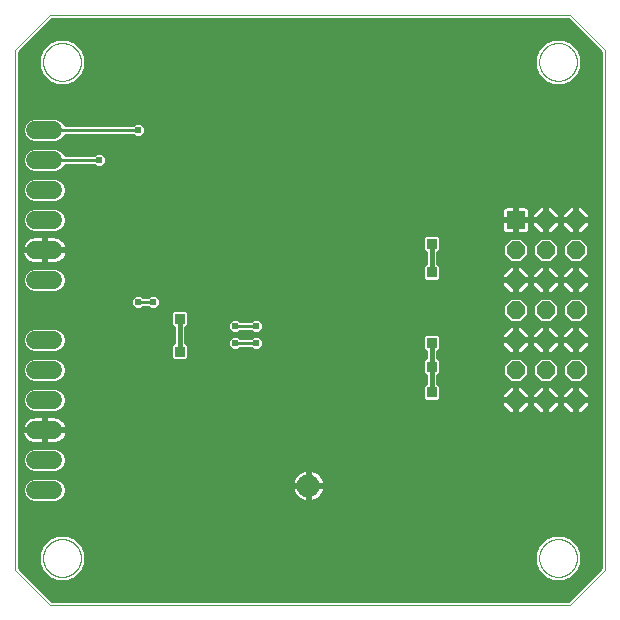
<source format=gbl>
G75*
%MOIN*%
%OFA0B0*%
%FSLAX25Y25*%
%IPPOS*%
%LPD*%
%AMOC8*
5,1,8,0,0,1.08239X$1,22.5*
%
%ADD10C,0.00000*%
%ADD11C,0.06000*%
%ADD12OC8,0.06000*%
%ADD13R,0.06000X0.06000*%
%ADD14C,0.07600*%
%ADD15C,0.02400*%
%ADD16C,0.01000*%
%ADD17R,0.03562X0.03562*%
%ADD18R,0.03400X0.03400*%
%ADD19C,0.01600*%
D10*
X0027811Y0021000D02*
X0016000Y0032811D01*
X0016000Y0206039D01*
X0027811Y0217850D01*
X0201039Y0217850D01*
X0212850Y0206039D01*
X0212850Y0032811D01*
X0201039Y0021000D01*
X0027811Y0021000D01*
X0025449Y0036748D02*
X0025451Y0036906D01*
X0025457Y0037064D01*
X0025467Y0037222D01*
X0025481Y0037380D01*
X0025499Y0037537D01*
X0025520Y0037694D01*
X0025546Y0037850D01*
X0025576Y0038006D01*
X0025609Y0038161D01*
X0025647Y0038314D01*
X0025688Y0038467D01*
X0025733Y0038619D01*
X0025782Y0038770D01*
X0025835Y0038919D01*
X0025891Y0039067D01*
X0025951Y0039213D01*
X0026015Y0039358D01*
X0026083Y0039501D01*
X0026154Y0039643D01*
X0026228Y0039783D01*
X0026306Y0039920D01*
X0026388Y0040056D01*
X0026472Y0040190D01*
X0026561Y0040321D01*
X0026652Y0040450D01*
X0026747Y0040577D01*
X0026844Y0040702D01*
X0026945Y0040824D01*
X0027049Y0040943D01*
X0027156Y0041060D01*
X0027266Y0041174D01*
X0027379Y0041285D01*
X0027494Y0041394D01*
X0027612Y0041499D01*
X0027733Y0041601D01*
X0027856Y0041701D01*
X0027982Y0041797D01*
X0028110Y0041890D01*
X0028240Y0041980D01*
X0028373Y0042066D01*
X0028508Y0042150D01*
X0028644Y0042229D01*
X0028783Y0042306D01*
X0028924Y0042378D01*
X0029066Y0042448D01*
X0029210Y0042513D01*
X0029356Y0042575D01*
X0029503Y0042633D01*
X0029652Y0042688D01*
X0029802Y0042739D01*
X0029953Y0042786D01*
X0030105Y0042829D01*
X0030258Y0042868D01*
X0030413Y0042904D01*
X0030568Y0042935D01*
X0030724Y0042963D01*
X0030880Y0042987D01*
X0031037Y0043007D01*
X0031195Y0043023D01*
X0031352Y0043035D01*
X0031511Y0043043D01*
X0031669Y0043047D01*
X0031827Y0043047D01*
X0031985Y0043043D01*
X0032144Y0043035D01*
X0032301Y0043023D01*
X0032459Y0043007D01*
X0032616Y0042987D01*
X0032772Y0042963D01*
X0032928Y0042935D01*
X0033083Y0042904D01*
X0033238Y0042868D01*
X0033391Y0042829D01*
X0033543Y0042786D01*
X0033694Y0042739D01*
X0033844Y0042688D01*
X0033993Y0042633D01*
X0034140Y0042575D01*
X0034286Y0042513D01*
X0034430Y0042448D01*
X0034572Y0042378D01*
X0034713Y0042306D01*
X0034852Y0042229D01*
X0034988Y0042150D01*
X0035123Y0042066D01*
X0035256Y0041980D01*
X0035386Y0041890D01*
X0035514Y0041797D01*
X0035640Y0041701D01*
X0035763Y0041601D01*
X0035884Y0041499D01*
X0036002Y0041394D01*
X0036117Y0041285D01*
X0036230Y0041174D01*
X0036340Y0041060D01*
X0036447Y0040943D01*
X0036551Y0040824D01*
X0036652Y0040702D01*
X0036749Y0040577D01*
X0036844Y0040450D01*
X0036935Y0040321D01*
X0037024Y0040190D01*
X0037108Y0040056D01*
X0037190Y0039920D01*
X0037268Y0039783D01*
X0037342Y0039643D01*
X0037413Y0039501D01*
X0037481Y0039358D01*
X0037545Y0039213D01*
X0037605Y0039067D01*
X0037661Y0038919D01*
X0037714Y0038770D01*
X0037763Y0038619D01*
X0037808Y0038467D01*
X0037849Y0038314D01*
X0037887Y0038161D01*
X0037920Y0038006D01*
X0037950Y0037850D01*
X0037976Y0037694D01*
X0037997Y0037537D01*
X0038015Y0037380D01*
X0038029Y0037222D01*
X0038039Y0037064D01*
X0038045Y0036906D01*
X0038047Y0036748D01*
X0038045Y0036590D01*
X0038039Y0036432D01*
X0038029Y0036274D01*
X0038015Y0036116D01*
X0037997Y0035959D01*
X0037976Y0035802D01*
X0037950Y0035646D01*
X0037920Y0035490D01*
X0037887Y0035335D01*
X0037849Y0035182D01*
X0037808Y0035029D01*
X0037763Y0034877D01*
X0037714Y0034726D01*
X0037661Y0034577D01*
X0037605Y0034429D01*
X0037545Y0034283D01*
X0037481Y0034138D01*
X0037413Y0033995D01*
X0037342Y0033853D01*
X0037268Y0033713D01*
X0037190Y0033576D01*
X0037108Y0033440D01*
X0037024Y0033306D01*
X0036935Y0033175D01*
X0036844Y0033046D01*
X0036749Y0032919D01*
X0036652Y0032794D01*
X0036551Y0032672D01*
X0036447Y0032553D01*
X0036340Y0032436D01*
X0036230Y0032322D01*
X0036117Y0032211D01*
X0036002Y0032102D01*
X0035884Y0031997D01*
X0035763Y0031895D01*
X0035640Y0031795D01*
X0035514Y0031699D01*
X0035386Y0031606D01*
X0035256Y0031516D01*
X0035123Y0031430D01*
X0034988Y0031346D01*
X0034852Y0031267D01*
X0034713Y0031190D01*
X0034572Y0031118D01*
X0034430Y0031048D01*
X0034286Y0030983D01*
X0034140Y0030921D01*
X0033993Y0030863D01*
X0033844Y0030808D01*
X0033694Y0030757D01*
X0033543Y0030710D01*
X0033391Y0030667D01*
X0033238Y0030628D01*
X0033083Y0030592D01*
X0032928Y0030561D01*
X0032772Y0030533D01*
X0032616Y0030509D01*
X0032459Y0030489D01*
X0032301Y0030473D01*
X0032144Y0030461D01*
X0031985Y0030453D01*
X0031827Y0030449D01*
X0031669Y0030449D01*
X0031511Y0030453D01*
X0031352Y0030461D01*
X0031195Y0030473D01*
X0031037Y0030489D01*
X0030880Y0030509D01*
X0030724Y0030533D01*
X0030568Y0030561D01*
X0030413Y0030592D01*
X0030258Y0030628D01*
X0030105Y0030667D01*
X0029953Y0030710D01*
X0029802Y0030757D01*
X0029652Y0030808D01*
X0029503Y0030863D01*
X0029356Y0030921D01*
X0029210Y0030983D01*
X0029066Y0031048D01*
X0028924Y0031118D01*
X0028783Y0031190D01*
X0028644Y0031267D01*
X0028508Y0031346D01*
X0028373Y0031430D01*
X0028240Y0031516D01*
X0028110Y0031606D01*
X0027982Y0031699D01*
X0027856Y0031795D01*
X0027733Y0031895D01*
X0027612Y0031997D01*
X0027494Y0032102D01*
X0027379Y0032211D01*
X0027266Y0032322D01*
X0027156Y0032436D01*
X0027049Y0032553D01*
X0026945Y0032672D01*
X0026844Y0032794D01*
X0026747Y0032919D01*
X0026652Y0033046D01*
X0026561Y0033175D01*
X0026472Y0033306D01*
X0026388Y0033440D01*
X0026306Y0033576D01*
X0026228Y0033713D01*
X0026154Y0033853D01*
X0026083Y0033995D01*
X0026015Y0034138D01*
X0025951Y0034283D01*
X0025891Y0034429D01*
X0025835Y0034577D01*
X0025782Y0034726D01*
X0025733Y0034877D01*
X0025688Y0035029D01*
X0025647Y0035182D01*
X0025609Y0035335D01*
X0025576Y0035490D01*
X0025546Y0035646D01*
X0025520Y0035802D01*
X0025499Y0035959D01*
X0025481Y0036116D01*
X0025467Y0036274D01*
X0025457Y0036432D01*
X0025451Y0036590D01*
X0025449Y0036748D01*
X0190803Y0036748D02*
X0190805Y0036906D01*
X0190811Y0037064D01*
X0190821Y0037222D01*
X0190835Y0037380D01*
X0190853Y0037537D01*
X0190874Y0037694D01*
X0190900Y0037850D01*
X0190930Y0038006D01*
X0190963Y0038161D01*
X0191001Y0038314D01*
X0191042Y0038467D01*
X0191087Y0038619D01*
X0191136Y0038770D01*
X0191189Y0038919D01*
X0191245Y0039067D01*
X0191305Y0039213D01*
X0191369Y0039358D01*
X0191437Y0039501D01*
X0191508Y0039643D01*
X0191582Y0039783D01*
X0191660Y0039920D01*
X0191742Y0040056D01*
X0191826Y0040190D01*
X0191915Y0040321D01*
X0192006Y0040450D01*
X0192101Y0040577D01*
X0192198Y0040702D01*
X0192299Y0040824D01*
X0192403Y0040943D01*
X0192510Y0041060D01*
X0192620Y0041174D01*
X0192733Y0041285D01*
X0192848Y0041394D01*
X0192966Y0041499D01*
X0193087Y0041601D01*
X0193210Y0041701D01*
X0193336Y0041797D01*
X0193464Y0041890D01*
X0193594Y0041980D01*
X0193727Y0042066D01*
X0193862Y0042150D01*
X0193998Y0042229D01*
X0194137Y0042306D01*
X0194278Y0042378D01*
X0194420Y0042448D01*
X0194564Y0042513D01*
X0194710Y0042575D01*
X0194857Y0042633D01*
X0195006Y0042688D01*
X0195156Y0042739D01*
X0195307Y0042786D01*
X0195459Y0042829D01*
X0195612Y0042868D01*
X0195767Y0042904D01*
X0195922Y0042935D01*
X0196078Y0042963D01*
X0196234Y0042987D01*
X0196391Y0043007D01*
X0196549Y0043023D01*
X0196706Y0043035D01*
X0196865Y0043043D01*
X0197023Y0043047D01*
X0197181Y0043047D01*
X0197339Y0043043D01*
X0197498Y0043035D01*
X0197655Y0043023D01*
X0197813Y0043007D01*
X0197970Y0042987D01*
X0198126Y0042963D01*
X0198282Y0042935D01*
X0198437Y0042904D01*
X0198592Y0042868D01*
X0198745Y0042829D01*
X0198897Y0042786D01*
X0199048Y0042739D01*
X0199198Y0042688D01*
X0199347Y0042633D01*
X0199494Y0042575D01*
X0199640Y0042513D01*
X0199784Y0042448D01*
X0199926Y0042378D01*
X0200067Y0042306D01*
X0200206Y0042229D01*
X0200342Y0042150D01*
X0200477Y0042066D01*
X0200610Y0041980D01*
X0200740Y0041890D01*
X0200868Y0041797D01*
X0200994Y0041701D01*
X0201117Y0041601D01*
X0201238Y0041499D01*
X0201356Y0041394D01*
X0201471Y0041285D01*
X0201584Y0041174D01*
X0201694Y0041060D01*
X0201801Y0040943D01*
X0201905Y0040824D01*
X0202006Y0040702D01*
X0202103Y0040577D01*
X0202198Y0040450D01*
X0202289Y0040321D01*
X0202378Y0040190D01*
X0202462Y0040056D01*
X0202544Y0039920D01*
X0202622Y0039783D01*
X0202696Y0039643D01*
X0202767Y0039501D01*
X0202835Y0039358D01*
X0202899Y0039213D01*
X0202959Y0039067D01*
X0203015Y0038919D01*
X0203068Y0038770D01*
X0203117Y0038619D01*
X0203162Y0038467D01*
X0203203Y0038314D01*
X0203241Y0038161D01*
X0203274Y0038006D01*
X0203304Y0037850D01*
X0203330Y0037694D01*
X0203351Y0037537D01*
X0203369Y0037380D01*
X0203383Y0037222D01*
X0203393Y0037064D01*
X0203399Y0036906D01*
X0203401Y0036748D01*
X0203399Y0036590D01*
X0203393Y0036432D01*
X0203383Y0036274D01*
X0203369Y0036116D01*
X0203351Y0035959D01*
X0203330Y0035802D01*
X0203304Y0035646D01*
X0203274Y0035490D01*
X0203241Y0035335D01*
X0203203Y0035182D01*
X0203162Y0035029D01*
X0203117Y0034877D01*
X0203068Y0034726D01*
X0203015Y0034577D01*
X0202959Y0034429D01*
X0202899Y0034283D01*
X0202835Y0034138D01*
X0202767Y0033995D01*
X0202696Y0033853D01*
X0202622Y0033713D01*
X0202544Y0033576D01*
X0202462Y0033440D01*
X0202378Y0033306D01*
X0202289Y0033175D01*
X0202198Y0033046D01*
X0202103Y0032919D01*
X0202006Y0032794D01*
X0201905Y0032672D01*
X0201801Y0032553D01*
X0201694Y0032436D01*
X0201584Y0032322D01*
X0201471Y0032211D01*
X0201356Y0032102D01*
X0201238Y0031997D01*
X0201117Y0031895D01*
X0200994Y0031795D01*
X0200868Y0031699D01*
X0200740Y0031606D01*
X0200610Y0031516D01*
X0200477Y0031430D01*
X0200342Y0031346D01*
X0200206Y0031267D01*
X0200067Y0031190D01*
X0199926Y0031118D01*
X0199784Y0031048D01*
X0199640Y0030983D01*
X0199494Y0030921D01*
X0199347Y0030863D01*
X0199198Y0030808D01*
X0199048Y0030757D01*
X0198897Y0030710D01*
X0198745Y0030667D01*
X0198592Y0030628D01*
X0198437Y0030592D01*
X0198282Y0030561D01*
X0198126Y0030533D01*
X0197970Y0030509D01*
X0197813Y0030489D01*
X0197655Y0030473D01*
X0197498Y0030461D01*
X0197339Y0030453D01*
X0197181Y0030449D01*
X0197023Y0030449D01*
X0196865Y0030453D01*
X0196706Y0030461D01*
X0196549Y0030473D01*
X0196391Y0030489D01*
X0196234Y0030509D01*
X0196078Y0030533D01*
X0195922Y0030561D01*
X0195767Y0030592D01*
X0195612Y0030628D01*
X0195459Y0030667D01*
X0195307Y0030710D01*
X0195156Y0030757D01*
X0195006Y0030808D01*
X0194857Y0030863D01*
X0194710Y0030921D01*
X0194564Y0030983D01*
X0194420Y0031048D01*
X0194278Y0031118D01*
X0194137Y0031190D01*
X0193998Y0031267D01*
X0193862Y0031346D01*
X0193727Y0031430D01*
X0193594Y0031516D01*
X0193464Y0031606D01*
X0193336Y0031699D01*
X0193210Y0031795D01*
X0193087Y0031895D01*
X0192966Y0031997D01*
X0192848Y0032102D01*
X0192733Y0032211D01*
X0192620Y0032322D01*
X0192510Y0032436D01*
X0192403Y0032553D01*
X0192299Y0032672D01*
X0192198Y0032794D01*
X0192101Y0032919D01*
X0192006Y0033046D01*
X0191915Y0033175D01*
X0191826Y0033306D01*
X0191742Y0033440D01*
X0191660Y0033576D01*
X0191582Y0033713D01*
X0191508Y0033853D01*
X0191437Y0033995D01*
X0191369Y0034138D01*
X0191305Y0034283D01*
X0191245Y0034429D01*
X0191189Y0034577D01*
X0191136Y0034726D01*
X0191087Y0034877D01*
X0191042Y0035029D01*
X0191001Y0035182D01*
X0190963Y0035335D01*
X0190930Y0035490D01*
X0190900Y0035646D01*
X0190874Y0035802D01*
X0190853Y0035959D01*
X0190835Y0036116D01*
X0190821Y0036274D01*
X0190811Y0036432D01*
X0190805Y0036590D01*
X0190803Y0036748D01*
X0190803Y0202102D02*
X0190805Y0202260D01*
X0190811Y0202418D01*
X0190821Y0202576D01*
X0190835Y0202734D01*
X0190853Y0202891D01*
X0190874Y0203048D01*
X0190900Y0203204D01*
X0190930Y0203360D01*
X0190963Y0203515D01*
X0191001Y0203668D01*
X0191042Y0203821D01*
X0191087Y0203973D01*
X0191136Y0204124D01*
X0191189Y0204273D01*
X0191245Y0204421D01*
X0191305Y0204567D01*
X0191369Y0204712D01*
X0191437Y0204855D01*
X0191508Y0204997D01*
X0191582Y0205137D01*
X0191660Y0205274D01*
X0191742Y0205410D01*
X0191826Y0205544D01*
X0191915Y0205675D01*
X0192006Y0205804D01*
X0192101Y0205931D01*
X0192198Y0206056D01*
X0192299Y0206178D01*
X0192403Y0206297D01*
X0192510Y0206414D01*
X0192620Y0206528D01*
X0192733Y0206639D01*
X0192848Y0206748D01*
X0192966Y0206853D01*
X0193087Y0206955D01*
X0193210Y0207055D01*
X0193336Y0207151D01*
X0193464Y0207244D01*
X0193594Y0207334D01*
X0193727Y0207420D01*
X0193862Y0207504D01*
X0193998Y0207583D01*
X0194137Y0207660D01*
X0194278Y0207732D01*
X0194420Y0207802D01*
X0194564Y0207867D01*
X0194710Y0207929D01*
X0194857Y0207987D01*
X0195006Y0208042D01*
X0195156Y0208093D01*
X0195307Y0208140D01*
X0195459Y0208183D01*
X0195612Y0208222D01*
X0195767Y0208258D01*
X0195922Y0208289D01*
X0196078Y0208317D01*
X0196234Y0208341D01*
X0196391Y0208361D01*
X0196549Y0208377D01*
X0196706Y0208389D01*
X0196865Y0208397D01*
X0197023Y0208401D01*
X0197181Y0208401D01*
X0197339Y0208397D01*
X0197498Y0208389D01*
X0197655Y0208377D01*
X0197813Y0208361D01*
X0197970Y0208341D01*
X0198126Y0208317D01*
X0198282Y0208289D01*
X0198437Y0208258D01*
X0198592Y0208222D01*
X0198745Y0208183D01*
X0198897Y0208140D01*
X0199048Y0208093D01*
X0199198Y0208042D01*
X0199347Y0207987D01*
X0199494Y0207929D01*
X0199640Y0207867D01*
X0199784Y0207802D01*
X0199926Y0207732D01*
X0200067Y0207660D01*
X0200206Y0207583D01*
X0200342Y0207504D01*
X0200477Y0207420D01*
X0200610Y0207334D01*
X0200740Y0207244D01*
X0200868Y0207151D01*
X0200994Y0207055D01*
X0201117Y0206955D01*
X0201238Y0206853D01*
X0201356Y0206748D01*
X0201471Y0206639D01*
X0201584Y0206528D01*
X0201694Y0206414D01*
X0201801Y0206297D01*
X0201905Y0206178D01*
X0202006Y0206056D01*
X0202103Y0205931D01*
X0202198Y0205804D01*
X0202289Y0205675D01*
X0202378Y0205544D01*
X0202462Y0205410D01*
X0202544Y0205274D01*
X0202622Y0205137D01*
X0202696Y0204997D01*
X0202767Y0204855D01*
X0202835Y0204712D01*
X0202899Y0204567D01*
X0202959Y0204421D01*
X0203015Y0204273D01*
X0203068Y0204124D01*
X0203117Y0203973D01*
X0203162Y0203821D01*
X0203203Y0203668D01*
X0203241Y0203515D01*
X0203274Y0203360D01*
X0203304Y0203204D01*
X0203330Y0203048D01*
X0203351Y0202891D01*
X0203369Y0202734D01*
X0203383Y0202576D01*
X0203393Y0202418D01*
X0203399Y0202260D01*
X0203401Y0202102D01*
X0203399Y0201944D01*
X0203393Y0201786D01*
X0203383Y0201628D01*
X0203369Y0201470D01*
X0203351Y0201313D01*
X0203330Y0201156D01*
X0203304Y0201000D01*
X0203274Y0200844D01*
X0203241Y0200689D01*
X0203203Y0200536D01*
X0203162Y0200383D01*
X0203117Y0200231D01*
X0203068Y0200080D01*
X0203015Y0199931D01*
X0202959Y0199783D01*
X0202899Y0199637D01*
X0202835Y0199492D01*
X0202767Y0199349D01*
X0202696Y0199207D01*
X0202622Y0199067D01*
X0202544Y0198930D01*
X0202462Y0198794D01*
X0202378Y0198660D01*
X0202289Y0198529D01*
X0202198Y0198400D01*
X0202103Y0198273D01*
X0202006Y0198148D01*
X0201905Y0198026D01*
X0201801Y0197907D01*
X0201694Y0197790D01*
X0201584Y0197676D01*
X0201471Y0197565D01*
X0201356Y0197456D01*
X0201238Y0197351D01*
X0201117Y0197249D01*
X0200994Y0197149D01*
X0200868Y0197053D01*
X0200740Y0196960D01*
X0200610Y0196870D01*
X0200477Y0196784D01*
X0200342Y0196700D01*
X0200206Y0196621D01*
X0200067Y0196544D01*
X0199926Y0196472D01*
X0199784Y0196402D01*
X0199640Y0196337D01*
X0199494Y0196275D01*
X0199347Y0196217D01*
X0199198Y0196162D01*
X0199048Y0196111D01*
X0198897Y0196064D01*
X0198745Y0196021D01*
X0198592Y0195982D01*
X0198437Y0195946D01*
X0198282Y0195915D01*
X0198126Y0195887D01*
X0197970Y0195863D01*
X0197813Y0195843D01*
X0197655Y0195827D01*
X0197498Y0195815D01*
X0197339Y0195807D01*
X0197181Y0195803D01*
X0197023Y0195803D01*
X0196865Y0195807D01*
X0196706Y0195815D01*
X0196549Y0195827D01*
X0196391Y0195843D01*
X0196234Y0195863D01*
X0196078Y0195887D01*
X0195922Y0195915D01*
X0195767Y0195946D01*
X0195612Y0195982D01*
X0195459Y0196021D01*
X0195307Y0196064D01*
X0195156Y0196111D01*
X0195006Y0196162D01*
X0194857Y0196217D01*
X0194710Y0196275D01*
X0194564Y0196337D01*
X0194420Y0196402D01*
X0194278Y0196472D01*
X0194137Y0196544D01*
X0193998Y0196621D01*
X0193862Y0196700D01*
X0193727Y0196784D01*
X0193594Y0196870D01*
X0193464Y0196960D01*
X0193336Y0197053D01*
X0193210Y0197149D01*
X0193087Y0197249D01*
X0192966Y0197351D01*
X0192848Y0197456D01*
X0192733Y0197565D01*
X0192620Y0197676D01*
X0192510Y0197790D01*
X0192403Y0197907D01*
X0192299Y0198026D01*
X0192198Y0198148D01*
X0192101Y0198273D01*
X0192006Y0198400D01*
X0191915Y0198529D01*
X0191826Y0198660D01*
X0191742Y0198794D01*
X0191660Y0198930D01*
X0191582Y0199067D01*
X0191508Y0199207D01*
X0191437Y0199349D01*
X0191369Y0199492D01*
X0191305Y0199637D01*
X0191245Y0199783D01*
X0191189Y0199931D01*
X0191136Y0200080D01*
X0191087Y0200231D01*
X0191042Y0200383D01*
X0191001Y0200536D01*
X0190963Y0200689D01*
X0190930Y0200844D01*
X0190900Y0201000D01*
X0190874Y0201156D01*
X0190853Y0201313D01*
X0190835Y0201470D01*
X0190821Y0201628D01*
X0190811Y0201786D01*
X0190805Y0201944D01*
X0190803Y0202102D01*
X0025449Y0202102D02*
X0025451Y0202260D01*
X0025457Y0202418D01*
X0025467Y0202576D01*
X0025481Y0202734D01*
X0025499Y0202891D01*
X0025520Y0203048D01*
X0025546Y0203204D01*
X0025576Y0203360D01*
X0025609Y0203515D01*
X0025647Y0203668D01*
X0025688Y0203821D01*
X0025733Y0203973D01*
X0025782Y0204124D01*
X0025835Y0204273D01*
X0025891Y0204421D01*
X0025951Y0204567D01*
X0026015Y0204712D01*
X0026083Y0204855D01*
X0026154Y0204997D01*
X0026228Y0205137D01*
X0026306Y0205274D01*
X0026388Y0205410D01*
X0026472Y0205544D01*
X0026561Y0205675D01*
X0026652Y0205804D01*
X0026747Y0205931D01*
X0026844Y0206056D01*
X0026945Y0206178D01*
X0027049Y0206297D01*
X0027156Y0206414D01*
X0027266Y0206528D01*
X0027379Y0206639D01*
X0027494Y0206748D01*
X0027612Y0206853D01*
X0027733Y0206955D01*
X0027856Y0207055D01*
X0027982Y0207151D01*
X0028110Y0207244D01*
X0028240Y0207334D01*
X0028373Y0207420D01*
X0028508Y0207504D01*
X0028644Y0207583D01*
X0028783Y0207660D01*
X0028924Y0207732D01*
X0029066Y0207802D01*
X0029210Y0207867D01*
X0029356Y0207929D01*
X0029503Y0207987D01*
X0029652Y0208042D01*
X0029802Y0208093D01*
X0029953Y0208140D01*
X0030105Y0208183D01*
X0030258Y0208222D01*
X0030413Y0208258D01*
X0030568Y0208289D01*
X0030724Y0208317D01*
X0030880Y0208341D01*
X0031037Y0208361D01*
X0031195Y0208377D01*
X0031352Y0208389D01*
X0031511Y0208397D01*
X0031669Y0208401D01*
X0031827Y0208401D01*
X0031985Y0208397D01*
X0032144Y0208389D01*
X0032301Y0208377D01*
X0032459Y0208361D01*
X0032616Y0208341D01*
X0032772Y0208317D01*
X0032928Y0208289D01*
X0033083Y0208258D01*
X0033238Y0208222D01*
X0033391Y0208183D01*
X0033543Y0208140D01*
X0033694Y0208093D01*
X0033844Y0208042D01*
X0033993Y0207987D01*
X0034140Y0207929D01*
X0034286Y0207867D01*
X0034430Y0207802D01*
X0034572Y0207732D01*
X0034713Y0207660D01*
X0034852Y0207583D01*
X0034988Y0207504D01*
X0035123Y0207420D01*
X0035256Y0207334D01*
X0035386Y0207244D01*
X0035514Y0207151D01*
X0035640Y0207055D01*
X0035763Y0206955D01*
X0035884Y0206853D01*
X0036002Y0206748D01*
X0036117Y0206639D01*
X0036230Y0206528D01*
X0036340Y0206414D01*
X0036447Y0206297D01*
X0036551Y0206178D01*
X0036652Y0206056D01*
X0036749Y0205931D01*
X0036844Y0205804D01*
X0036935Y0205675D01*
X0037024Y0205544D01*
X0037108Y0205410D01*
X0037190Y0205274D01*
X0037268Y0205137D01*
X0037342Y0204997D01*
X0037413Y0204855D01*
X0037481Y0204712D01*
X0037545Y0204567D01*
X0037605Y0204421D01*
X0037661Y0204273D01*
X0037714Y0204124D01*
X0037763Y0203973D01*
X0037808Y0203821D01*
X0037849Y0203668D01*
X0037887Y0203515D01*
X0037920Y0203360D01*
X0037950Y0203204D01*
X0037976Y0203048D01*
X0037997Y0202891D01*
X0038015Y0202734D01*
X0038029Y0202576D01*
X0038039Y0202418D01*
X0038045Y0202260D01*
X0038047Y0202102D01*
X0038045Y0201944D01*
X0038039Y0201786D01*
X0038029Y0201628D01*
X0038015Y0201470D01*
X0037997Y0201313D01*
X0037976Y0201156D01*
X0037950Y0201000D01*
X0037920Y0200844D01*
X0037887Y0200689D01*
X0037849Y0200536D01*
X0037808Y0200383D01*
X0037763Y0200231D01*
X0037714Y0200080D01*
X0037661Y0199931D01*
X0037605Y0199783D01*
X0037545Y0199637D01*
X0037481Y0199492D01*
X0037413Y0199349D01*
X0037342Y0199207D01*
X0037268Y0199067D01*
X0037190Y0198930D01*
X0037108Y0198794D01*
X0037024Y0198660D01*
X0036935Y0198529D01*
X0036844Y0198400D01*
X0036749Y0198273D01*
X0036652Y0198148D01*
X0036551Y0198026D01*
X0036447Y0197907D01*
X0036340Y0197790D01*
X0036230Y0197676D01*
X0036117Y0197565D01*
X0036002Y0197456D01*
X0035884Y0197351D01*
X0035763Y0197249D01*
X0035640Y0197149D01*
X0035514Y0197053D01*
X0035386Y0196960D01*
X0035256Y0196870D01*
X0035123Y0196784D01*
X0034988Y0196700D01*
X0034852Y0196621D01*
X0034713Y0196544D01*
X0034572Y0196472D01*
X0034430Y0196402D01*
X0034286Y0196337D01*
X0034140Y0196275D01*
X0033993Y0196217D01*
X0033844Y0196162D01*
X0033694Y0196111D01*
X0033543Y0196064D01*
X0033391Y0196021D01*
X0033238Y0195982D01*
X0033083Y0195946D01*
X0032928Y0195915D01*
X0032772Y0195887D01*
X0032616Y0195863D01*
X0032459Y0195843D01*
X0032301Y0195827D01*
X0032144Y0195815D01*
X0031985Y0195807D01*
X0031827Y0195803D01*
X0031669Y0195803D01*
X0031511Y0195807D01*
X0031352Y0195815D01*
X0031195Y0195827D01*
X0031037Y0195843D01*
X0030880Y0195863D01*
X0030724Y0195887D01*
X0030568Y0195915D01*
X0030413Y0195946D01*
X0030258Y0195982D01*
X0030105Y0196021D01*
X0029953Y0196064D01*
X0029802Y0196111D01*
X0029652Y0196162D01*
X0029503Y0196217D01*
X0029356Y0196275D01*
X0029210Y0196337D01*
X0029066Y0196402D01*
X0028924Y0196472D01*
X0028783Y0196544D01*
X0028644Y0196621D01*
X0028508Y0196700D01*
X0028373Y0196784D01*
X0028240Y0196870D01*
X0028110Y0196960D01*
X0027982Y0197053D01*
X0027856Y0197149D01*
X0027733Y0197249D01*
X0027612Y0197351D01*
X0027494Y0197456D01*
X0027379Y0197565D01*
X0027266Y0197676D01*
X0027156Y0197790D01*
X0027049Y0197907D01*
X0026945Y0198026D01*
X0026844Y0198148D01*
X0026747Y0198273D01*
X0026652Y0198400D01*
X0026561Y0198529D01*
X0026472Y0198660D01*
X0026388Y0198794D01*
X0026306Y0198930D01*
X0026228Y0199067D01*
X0026154Y0199207D01*
X0026083Y0199349D01*
X0026015Y0199492D01*
X0025951Y0199637D01*
X0025891Y0199783D01*
X0025835Y0199931D01*
X0025782Y0200080D01*
X0025733Y0200231D01*
X0025688Y0200383D01*
X0025647Y0200536D01*
X0025609Y0200689D01*
X0025576Y0200844D01*
X0025546Y0201000D01*
X0025520Y0201156D01*
X0025499Y0201313D01*
X0025481Y0201470D01*
X0025467Y0201628D01*
X0025457Y0201786D01*
X0025451Y0201944D01*
X0025449Y0202102D01*
D11*
X0022843Y0179425D02*
X0028843Y0179425D01*
X0028843Y0169425D02*
X0022843Y0169425D01*
X0022843Y0159425D02*
X0028843Y0159425D01*
X0028843Y0149425D02*
X0022843Y0149425D01*
X0022843Y0139425D02*
X0028843Y0139425D01*
X0028843Y0129425D02*
X0022843Y0129425D01*
X0022843Y0109425D02*
X0028843Y0109425D01*
X0028843Y0099425D02*
X0022843Y0099425D01*
X0022843Y0089425D02*
X0028843Y0089425D01*
X0028843Y0079425D02*
X0022843Y0079425D01*
X0022843Y0069425D02*
X0028843Y0069425D01*
X0028843Y0059425D02*
X0022843Y0059425D01*
D12*
X0182969Y0089425D03*
X0192969Y0089425D03*
X0202969Y0089425D03*
X0202969Y0099425D03*
X0202969Y0109425D03*
X0202969Y0119425D03*
X0202969Y0129425D03*
X0192969Y0129425D03*
X0192969Y0119425D03*
X0192969Y0109425D03*
X0192969Y0099425D03*
X0182969Y0099425D03*
X0182969Y0109425D03*
X0182969Y0119425D03*
X0182969Y0129425D03*
X0182969Y0139425D03*
X0192969Y0139425D03*
X0202969Y0139425D03*
X0202969Y0149425D03*
X0192969Y0149425D03*
D13*
X0182969Y0149425D03*
D14*
X0113800Y0060900D03*
D15*
X0096500Y0108500D03*
X0089500Y0108500D03*
X0089500Y0114000D03*
X0096500Y0114000D03*
X0062000Y0122000D03*
X0057000Y0122000D03*
X0044000Y0169500D03*
X0057000Y0179500D03*
D16*
X0025938Y0024994D02*
X0202912Y0024994D01*
X0201914Y0023996D02*
X0026937Y0023996D01*
X0027935Y0022997D02*
X0200915Y0022997D01*
X0200418Y0022500D02*
X0028432Y0022500D01*
X0017500Y0033432D01*
X0017500Y0205418D01*
X0028432Y0216350D01*
X0200418Y0216350D01*
X0211350Y0205418D01*
X0211350Y0033432D01*
X0200418Y0022500D01*
X0203911Y0025993D02*
X0024940Y0025993D01*
X0023941Y0026991D02*
X0204909Y0026991D01*
X0205908Y0027990D02*
X0022943Y0027990D01*
X0021944Y0028988D02*
X0030102Y0028988D01*
X0030197Y0028949D02*
X0033299Y0028949D01*
X0036166Y0030136D01*
X0038360Y0032330D01*
X0039547Y0035197D01*
X0039547Y0038299D01*
X0038360Y0041166D01*
X0036166Y0043360D01*
X0033299Y0044547D01*
X0030197Y0044547D01*
X0027330Y0043360D01*
X0025136Y0041166D01*
X0023949Y0038299D01*
X0023949Y0035197D01*
X0025136Y0032330D01*
X0027330Y0030136D01*
X0030197Y0028949D01*
X0027691Y0029987D02*
X0020946Y0029987D01*
X0019947Y0030985D02*
X0026481Y0030985D01*
X0025483Y0031984D02*
X0018949Y0031984D01*
X0017950Y0032982D02*
X0024866Y0032982D01*
X0024452Y0033981D02*
X0017500Y0033981D01*
X0017500Y0034979D02*
X0024039Y0034979D01*
X0023949Y0035978D02*
X0017500Y0035978D01*
X0017500Y0036976D02*
X0023949Y0036976D01*
X0023949Y0037975D02*
X0017500Y0037975D01*
X0017500Y0038973D02*
X0024228Y0038973D01*
X0024642Y0039972D02*
X0017500Y0039972D01*
X0017500Y0040970D02*
X0025055Y0040970D01*
X0025939Y0041969D02*
X0017500Y0041969D01*
X0017500Y0042967D02*
X0026937Y0042967D01*
X0028793Y0043966D02*
X0017500Y0043966D01*
X0017500Y0044964D02*
X0211350Y0044964D01*
X0211350Y0043966D02*
X0200058Y0043966D01*
X0198654Y0044547D02*
X0195551Y0044547D01*
X0192684Y0043360D01*
X0190491Y0041166D01*
X0189303Y0038299D01*
X0189303Y0035197D01*
X0190491Y0032330D01*
X0192684Y0030136D01*
X0195551Y0028949D01*
X0198654Y0028949D01*
X0201520Y0030136D01*
X0203714Y0032330D01*
X0204902Y0035197D01*
X0204902Y0038299D01*
X0203714Y0041166D01*
X0201520Y0043360D01*
X0198654Y0044547D01*
X0201913Y0042967D02*
X0211350Y0042967D01*
X0211350Y0041969D02*
X0202911Y0041969D01*
X0203795Y0040970D02*
X0211350Y0040970D01*
X0211350Y0039972D02*
X0204209Y0039972D01*
X0204622Y0038973D02*
X0211350Y0038973D01*
X0211350Y0037975D02*
X0204902Y0037975D01*
X0204902Y0036976D02*
X0211350Y0036976D01*
X0211350Y0035978D02*
X0204902Y0035978D01*
X0204811Y0034979D02*
X0211350Y0034979D01*
X0211350Y0033981D02*
X0204398Y0033981D01*
X0203984Y0032982D02*
X0210900Y0032982D01*
X0209902Y0031984D02*
X0203368Y0031984D01*
X0202369Y0030985D02*
X0208903Y0030985D01*
X0207905Y0029987D02*
X0201159Y0029987D01*
X0198749Y0028988D02*
X0206906Y0028988D01*
X0195456Y0028988D02*
X0033394Y0028988D01*
X0035805Y0029987D02*
X0193046Y0029987D01*
X0191836Y0030985D02*
X0037015Y0030985D01*
X0038013Y0031984D02*
X0190837Y0031984D01*
X0190220Y0032982D02*
X0038630Y0032982D01*
X0039044Y0033981D02*
X0189807Y0033981D01*
X0189393Y0034979D02*
X0039457Y0034979D01*
X0039547Y0035978D02*
X0189303Y0035978D01*
X0189303Y0036976D02*
X0039547Y0036976D01*
X0039547Y0037975D02*
X0189303Y0037975D01*
X0189582Y0038973D02*
X0039268Y0038973D01*
X0038855Y0039972D02*
X0189996Y0039972D01*
X0190409Y0040970D02*
X0038441Y0040970D01*
X0037557Y0041969D02*
X0191293Y0041969D01*
X0192292Y0042967D02*
X0036559Y0042967D01*
X0034703Y0043966D02*
X0194147Y0043966D01*
X0211350Y0045963D02*
X0017500Y0045963D01*
X0017500Y0046961D02*
X0211350Y0046961D01*
X0211350Y0047960D02*
X0017500Y0047960D01*
X0017500Y0048958D02*
X0211350Y0048958D01*
X0211350Y0049957D02*
X0017500Y0049957D01*
X0017500Y0050955D02*
X0211350Y0050955D01*
X0211350Y0051954D02*
X0017500Y0051954D01*
X0017500Y0052952D02*
X0211350Y0052952D01*
X0211350Y0053951D02*
X0017500Y0053951D01*
X0017500Y0054949D02*
X0211350Y0054949D01*
X0211350Y0055948D02*
X0115710Y0055948D01*
X0115834Y0055988D02*
X0116578Y0056367D01*
X0117253Y0056857D01*
X0117843Y0057447D01*
X0118333Y0058122D01*
X0118712Y0058866D01*
X0118969Y0059659D01*
X0119089Y0060416D01*
X0114284Y0060416D01*
X0114284Y0055611D01*
X0115041Y0055730D01*
X0115834Y0055988D01*
X0114284Y0055948D02*
X0113316Y0055948D01*
X0113316Y0055611D02*
X0113316Y0060416D01*
X0114284Y0060416D01*
X0114284Y0061384D01*
X0119089Y0061384D01*
X0118969Y0062141D01*
X0118712Y0062934D01*
X0118333Y0063678D01*
X0117843Y0064353D01*
X0117253Y0064943D01*
X0116578Y0065433D01*
X0115834Y0065812D01*
X0115041Y0066069D01*
X0114284Y0066189D01*
X0114284Y0061384D01*
X0113316Y0061384D01*
X0113316Y0060416D01*
X0108511Y0060416D01*
X0108630Y0059659D01*
X0108888Y0058866D01*
X0109267Y0058122D01*
X0109757Y0057447D01*
X0110347Y0056857D01*
X0111022Y0056367D01*
X0111766Y0055988D01*
X0112559Y0055730D01*
X0113316Y0055611D01*
X0113316Y0056946D02*
X0114284Y0056946D01*
X0114284Y0057945D02*
X0113316Y0057945D01*
X0113316Y0058943D02*
X0114284Y0058943D01*
X0114284Y0059942D02*
X0113316Y0059942D01*
X0113316Y0060940D02*
X0032653Y0060940D01*
X0032943Y0060241D02*
X0032318Y0061748D01*
X0031165Y0062901D01*
X0029658Y0063525D01*
X0022027Y0063525D01*
X0020520Y0062901D01*
X0019367Y0061748D01*
X0018743Y0060241D01*
X0018743Y0058610D01*
X0019367Y0057103D01*
X0020520Y0055949D01*
X0022027Y0055325D01*
X0029658Y0055325D01*
X0031165Y0055949D01*
X0032318Y0057103D01*
X0032943Y0058610D01*
X0032943Y0060241D01*
X0032943Y0059942D02*
X0108586Y0059942D01*
X0108863Y0058943D02*
X0032943Y0058943D01*
X0032667Y0057945D02*
X0109396Y0057945D01*
X0110258Y0056946D02*
X0032162Y0056946D01*
X0031161Y0055948D02*
X0111890Y0055948D01*
X0114284Y0060940D02*
X0211350Y0060940D01*
X0211350Y0059942D02*
X0119014Y0059942D01*
X0118737Y0058943D02*
X0211350Y0058943D01*
X0211350Y0057945D02*
X0118204Y0057945D01*
X0117342Y0056946D02*
X0211350Y0056946D01*
X0211350Y0061939D02*
X0119002Y0061939D01*
X0118710Y0062937D02*
X0211350Y0062937D01*
X0211350Y0063936D02*
X0118145Y0063936D01*
X0117261Y0064934D02*
X0211350Y0064934D01*
X0211350Y0065933D02*
X0115461Y0065933D01*
X0114284Y0065933D02*
X0113316Y0065933D01*
X0113316Y0066189D02*
X0112559Y0066069D01*
X0111766Y0065812D01*
X0111022Y0065433D01*
X0110347Y0064943D01*
X0109757Y0064353D01*
X0109267Y0063678D01*
X0108888Y0062934D01*
X0108630Y0062141D01*
X0108511Y0061384D01*
X0113316Y0061384D01*
X0113316Y0066189D01*
X0112139Y0065933D02*
X0031125Y0065933D01*
X0031165Y0065949D02*
X0032318Y0067103D01*
X0032943Y0068610D01*
X0032943Y0070241D01*
X0032318Y0071748D01*
X0031165Y0072901D01*
X0029658Y0073525D01*
X0022027Y0073525D01*
X0020520Y0072901D01*
X0019367Y0071748D01*
X0018743Y0070241D01*
X0018743Y0068610D01*
X0019367Y0067103D01*
X0020520Y0065949D01*
X0022027Y0065325D01*
X0029658Y0065325D01*
X0031165Y0065949D01*
X0032147Y0066932D02*
X0211350Y0066932D01*
X0211350Y0067930D02*
X0032661Y0067930D01*
X0032943Y0068929D02*
X0211350Y0068929D01*
X0211350Y0069927D02*
X0032943Y0069927D01*
X0032659Y0070926D02*
X0211350Y0070926D01*
X0211350Y0071924D02*
X0032142Y0071924D01*
X0031113Y0072923D02*
X0211350Y0072923D01*
X0211350Y0073921D02*
X0017500Y0073921D01*
X0017500Y0072923D02*
X0020572Y0072923D01*
X0019543Y0071924D02*
X0017500Y0071924D01*
X0017500Y0070926D02*
X0019026Y0070926D01*
X0018743Y0069927D02*
X0017500Y0069927D01*
X0017500Y0068929D02*
X0018743Y0068929D01*
X0019024Y0067930D02*
X0017500Y0067930D01*
X0017500Y0066932D02*
X0019538Y0066932D01*
X0020560Y0065933D02*
X0017500Y0065933D01*
X0017500Y0064934D02*
X0110339Y0064934D01*
X0109455Y0063936D02*
X0017500Y0063936D01*
X0017500Y0062937D02*
X0020608Y0062937D01*
X0019558Y0061939D02*
X0017500Y0061939D01*
X0017500Y0060940D02*
X0019032Y0060940D01*
X0018743Y0059942D02*
X0017500Y0059942D01*
X0017500Y0058943D02*
X0018743Y0058943D01*
X0019018Y0057945D02*
X0017500Y0057945D01*
X0017500Y0056946D02*
X0019523Y0056946D01*
X0020524Y0055948D02*
X0017500Y0055948D01*
X0031077Y0062937D02*
X0108890Y0062937D01*
X0108598Y0061939D02*
X0032127Y0061939D01*
X0029896Y0075036D02*
X0029197Y0074925D01*
X0026342Y0074925D01*
X0026342Y0078925D01*
X0025343Y0078925D01*
X0025343Y0074925D01*
X0022488Y0074925D01*
X0021789Y0075036D01*
X0021115Y0075255D01*
X0020484Y0075576D01*
X0019911Y0075993D01*
X0019410Y0076494D01*
X0018994Y0077067D01*
X0018672Y0077698D01*
X0018453Y0078371D01*
X0018366Y0078925D01*
X0025342Y0078925D01*
X0025342Y0079925D01*
X0018366Y0079925D01*
X0018453Y0080479D01*
X0018672Y0081153D01*
X0018994Y0081784D01*
X0019410Y0082357D01*
X0019911Y0082858D01*
X0020484Y0083274D01*
X0021115Y0083595D01*
X0021789Y0083814D01*
X0022488Y0083925D01*
X0025343Y0083925D01*
X0025343Y0079925D01*
X0026342Y0079925D01*
X0026342Y0083925D01*
X0029197Y0083925D01*
X0029896Y0083814D01*
X0030570Y0083595D01*
X0031201Y0083274D01*
X0031774Y0082858D01*
X0032275Y0082357D01*
X0032691Y0081784D01*
X0033013Y0081153D01*
X0033232Y0080479D01*
X0033319Y0079925D01*
X0026343Y0079925D01*
X0026343Y0078925D01*
X0033319Y0078925D01*
X0033232Y0078371D01*
X0033013Y0077698D01*
X0032691Y0077067D01*
X0032275Y0076494D01*
X0031774Y0075993D01*
X0031201Y0075576D01*
X0030570Y0075255D01*
X0029896Y0075036D01*
X0031671Y0075918D02*
X0211350Y0075918D01*
X0211350Y0074920D02*
X0017500Y0074920D01*
X0017500Y0075918D02*
X0020014Y0075918D01*
X0019103Y0076917D02*
X0017500Y0076917D01*
X0017500Y0077915D02*
X0018602Y0077915D01*
X0018367Y0078914D02*
X0017500Y0078914D01*
X0017500Y0079912D02*
X0025342Y0079912D01*
X0025343Y0078914D02*
X0026342Y0078914D01*
X0026343Y0079912D02*
X0211350Y0079912D01*
X0211350Y0078914D02*
X0033318Y0078914D01*
X0033083Y0077915D02*
X0211350Y0077915D01*
X0211350Y0076917D02*
X0032582Y0076917D01*
X0033091Y0080911D02*
X0211350Y0080911D01*
X0211350Y0081909D02*
X0032600Y0081909D01*
X0031705Y0082908D02*
X0211350Y0082908D01*
X0211350Y0083906D02*
X0029316Y0083906D01*
X0029658Y0085325D02*
X0031165Y0085949D01*
X0032318Y0087103D01*
X0032943Y0088610D01*
X0032943Y0090241D01*
X0032318Y0091748D01*
X0031165Y0092901D01*
X0029658Y0093525D01*
X0022027Y0093525D01*
X0020520Y0092901D01*
X0019367Y0091748D01*
X0018743Y0090241D01*
X0018743Y0088610D01*
X0019367Y0087103D01*
X0020520Y0085949D01*
X0022027Y0085325D01*
X0029658Y0085325D01*
X0031054Y0085903D02*
X0180127Y0085903D01*
X0181105Y0084925D02*
X0178469Y0087561D01*
X0178469Y0088925D01*
X0182468Y0088925D01*
X0182468Y0089925D01*
X0178469Y0089925D01*
X0178469Y0091289D01*
X0181105Y0093925D01*
X0182469Y0093925D01*
X0182469Y0089925D01*
X0183468Y0089925D01*
X0183468Y0093925D01*
X0184832Y0093925D01*
X0187468Y0091289D01*
X0187468Y0089925D01*
X0183469Y0089925D01*
X0183469Y0088925D01*
X0187468Y0088925D01*
X0187468Y0087561D01*
X0184832Y0084925D01*
X0183468Y0084925D01*
X0183468Y0088925D01*
X0182469Y0088925D01*
X0182469Y0084925D01*
X0181105Y0084925D01*
X0182469Y0085903D02*
X0183468Y0085903D01*
X0183468Y0086902D02*
X0182469Y0086902D01*
X0182469Y0087900D02*
X0183468Y0087900D01*
X0183468Y0088899D02*
X0182469Y0088899D01*
X0182468Y0089897D02*
X0157881Y0089897D01*
X0157881Y0089763D02*
X0157881Y0094237D01*
X0157237Y0094881D01*
X0156900Y0094881D01*
X0156900Y0097619D01*
X0157237Y0097619D01*
X0157881Y0098263D01*
X0157881Y0102737D01*
X0157237Y0103381D01*
X0156900Y0103381D01*
X0156900Y0105619D01*
X0157237Y0105619D01*
X0157881Y0106263D01*
X0157881Y0110737D01*
X0157237Y0111381D01*
X0152763Y0111381D01*
X0152119Y0110737D01*
X0152119Y0106263D01*
X0152763Y0105619D01*
X0153100Y0105619D01*
X0153100Y0103381D01*
X0152763Y0103381D01*
X0152119Y0102737D01*
X0152119Y0098263D01*
X0152763Y0097619D01*
X0153100Y0097619D01*
X0153100Y0094881D01*
X0152763Y0094881D01*
X0152119Y0094237D01*
X0152119Y0089763D01*
X0152763Y0089119D01*
X0157237Y0089119D01*
X0157881Y0089763D01*
X0157881Y0090896D02*
X0178469Y0090896D01*
X0179074Y0091894D02*
X0157881Y0091894D01*
X0157881Y0092893D02*
X0180072Y0092893D01*
X0181071Y0093891D02*
X0157881Y0093891D01*
X0156900Y0094890D02*
X0211350Y0094890D01*
X0211350Y0095888D02*
X0205230Y0095888D01*
X0204667Y0095325D02*
X0207068Y0097727D01*
X0207068Y0101123D01*
X0204667Y0103525D01*
X0201270Y0103525D01*
X0198869Y0101123D01*
X0198869Y0097727D01*
X0201270Y0095325D01*
X0204667Y0095325D01*
X0204832Y0093925D02*
X0203468Y0093925D01*
X0203468Y0089925D01*
X0202469Y0089925D01*
X0202469Y0093925D01*
X0201105Y0093925D01*
X0198469Y0091289D01*
X0198469Y0089925D01*
X0202468Y0089925D01*
X0202468Y0088925D01*
X0198469Y0088925D01*
X0198469Y0087561D01*
X0201105Y0084925D01*
X0202469Y0084925D01*
X0202469Y0088925D01*
X0203468Y0088925D01*
X0203468Y0084925D01*
X0204832Y0084925D01*
X0207468Y0087561D01*
X0207468Y0088925D01*
X0203469Y0088925D01*
X0203469Y0089925D01*
X0207468Y0089925D01*
X0207468Y0091289D01*
X0204832Y0093925D01*
X0204866Y0093891D02*
X0211350Y0093891D01*
X0211350Y0092893D02*
X0205865Y0092893D01*
X0206863Y0091894D02*
X0211350Y0091894D01*
X0211350Y0090896D02*
X0207468Y0090896D01*
X0207468Y0088899D02*
X0211350Y0088899D01*
X0211350Y0089897D02*
X0203469Y0089897D01*
X0203468Y0088899D02*
X0202469Y0088899D01*
X0202468Y0089897D02*
X0193469Y0089897D01*
X0193469Y0089925D02*
X0197468Y0089925D01*
X0197468Y0091289D01*
X0194832Y0093925D01*
X0193468Y0093925D01*
X0193468Y0089925D01*
X0192469Y0089925D01*
X0192469Y0093925D01*
X0191105Y0093925D01*
X0188469Y0091289D01*
X0188469Y0089925D01*
X0192468Y0089925D01*
X0192468Y0088925D01*
X0188469Y0088925D01*
X0188469Y0087561D01*
X0191105Y0084925D01*
X0192469Y0084925D01*
X0192469Y0088925D01*
X0193468Y0088925D01*
X0193468Y0084925D01*
X0194832Y0084925D01*
X0197468Y0087561D01*
X0197468Y0088925D01*
X0193469Y0088925D01*
X0193469Y0089925D01*
X0193468Y0090896D02*
X0192469Y0090896D01*
X0192469Y0091894D02*
X0193468Y0091894D01*
X0193468Y0092893D02*
X0192469Y0092893D01*
X0192469Y0093891D02*
X0193468Y0093891D01*
X0194866Y0093891D02*
X0201071Y0093891D01*
X0202469Y0093891D02*
X0203468Y0093891D01*
X0203468Y0092893D02*
X0202469Y0092893D01*
X0202469Y0091894D02*
X0203468Y0091894D01*
X0203468Y0090896D02*
X0202469Y0090896D01*
X0202469Y0087900D02*
X0203468Y0087900D01*
X0203468Y0086902D02*
X0202469Y0086902D01*
X0202469Y0085903D02*
X0203468Y0085903D01*
X0205810Y0085903D02*
X0211350Y0085903D01*
X0211350Y0084905D02*
X0017500Y0084905D01*
X0017500Y0085903D02*
X0020631Y0085903D01*
X0019568Y0086902D02*
X0017500Y0086902D01*
X0017500Y0087900D02*
X0019036Y0087900D01*
X0018743Y0088899D02*
X0017500Y0088899D01*
X0017500Y0089897D02*
X0018743Y0089897D01*
X0019014Y0090896D02*
X0017500Y0090896D01*
X0017500Y0091894D02*
X0019513Y0091894D01*
X0020512Y0092893D02*
X0017500Y0092893D01*
X0017500Y0093891D02*
X0152119Y0093891D01*
X0152119Y0092893D02*
X0031173Y0092893D01*
X0032172Y0091894D02*
X0152119Y0091894D01*
X0152119Y0090896D02*
X0032671Y0090896D01*
X0032943Y0089897D02*
X0152119Y0089897D01*
X0153100Y0094890D02*
X0017500Y0094890D01*
X0017500Y0095888D02*
X0020667Y0095888D01*
X0020520Y0095949D02*
X0022027Y0095325D01*
X0029658Y0095325D01*
X0031165Y0095949D01*
X0032318Y0097103D01*
X0032943Y0098610D01*
X0032943Y0100241D01*
X0032318Y0101748D01*
X0031165Y0102901D01*
X0029658Y0103525D01*
X0022027Y0103525D01*
X0020520Y0102901D01*
X0019367Y0101748D01*
X0018743Y0100241D01*
X0018743Y0098610D01*
X0019367Y0097103D01*
X0020520Y0095949D01*
X0019583Y0096887D02*
X0017500Y0096887D01*
X0017500Y0097885D02*
X0019043Y0097885D01*
X0018743Y0098884D02*
X0017500Y0098884D01*
X0017500Y0099882D02*
X0018743Y0099882D01*
X0019008Y0100881D02*
X0017500Y0100881D01*
X0017500Y0101879D02*
X0019498Y0101879D01*
X0020497Y0102878D02*
X0017500Y0102878D01*
X0017500Y0103876D02*
X0068119Y0103876D01*
X0068119Y0103263D02*
X0068763Y0102619D01*
X0073237Y0102619D01*
X0073881Y0103263D01*
X0073881Y0107737D01*
X0073237Y0108381D01*
X0072900Y0108381D01*
X0072900Y0113619D01*
X0073237Y0113619D01*
X0073881Y0114263D01*
X0073881Y0118737D01*
X0073237Y0119381D01*
X0068763Y0119381D01*
X0068119Y0118737D01*
X0068119Y0114263D01*
X0068763Y0113619D01*
X0069100Y0113619D01*
X0069100Y0108381D01*
X0068763Y0108381D01*
X0068119Y0107737D01*
X0068119Y0103263D01*
X0068504Y0102878D02*
X0031188Y0102878D01*
X0032187Y0101879D02*
X0152119Y0101879D01*
X0152119Y0100881D02*
X0032677Y0100881D01*
X0032943Y0099882D02*
X0152119Y0099882D01*
X0152119Y0098884D02*
X0032943Y0098884D01*
X0032642Y0097885D02*
X0152497Y0097885D01*
X0153100Y0096887D02*
X0032102Y0096887D01*
X0031018Y0095888D02*
X0153100Y0095888D01*
X0156900Y0095888D02*
X0180707Y0095888D01*
X0181270Y0095325D02*
X0178869Y0097727D01*
X0178869Y0101123D01*
X0181270Y0103525D01*
X0184667Y0103525D01*
X0187068Y0101123D01*
X0187068Y0097727D01*
X0184667Y0095325D01*
X0181270Y0095325D01*
X0182469Y0093891D02*
X0183468Y0093891D01*
X0183468Y0092893D02*
X0182469Y0092893D01*
X0182469Y0091894D02*
X0183468Y0091894D01*
X0183468Y0090896D02*
X0182469Y0090896D01*
X0183469Y0089897D02*
X0192468Y0089897D01*
X0192469Y0088899D02*
X0193468Y0088899D01*
X0193468Y0087900D02*
X0192469Y0087900D01*
X0192469Y0086902D02*
X0193468Y0086902D01*
X0193468Y0085903D02*
X0192469Y0085903D01*
X0190127Y0085903D02*
X0185810Y0085903D01*
X0186809Y0086902D02*
X0189128Y0086902D01*
X0188469Y0087900D02*
X0187468Y0087900D01*
X0187468Y0088899D02*
X0188469Y0088899D01*
X0188469Y0090896D02*
X0187468Y0090896D01*
X0186863Y0091894D02*
X0189074Y0091894D01*
X0190072Y0092893D02*
X0185865Y0092893D01*
X0184866Y0093891D02*
X0191071Y0093891D01*
X0191270Y0095325D02*
X0194667Y0095325D01*
X0197068Y0097727D01*
X0197068Y0101123D01*
X0194667Y0103525D01*
X0191270Y0103525D01*
X0188869Y0101123D01*
X0188869Y0097727D01*
X0191270Y0095325D01*
X0190707Y0095888D02*
X0185230Y0095888D01*
X0186228Y0096887D02*
X0189709Y0096887D01*
X0188869Y0097885D02*
X0187068Y0097885D01*
X0187068Y0098884D02*
X0188869Y0098884D01*
X0188869Y0099882D02*
X0187068Y0099882D01*
X0187068Y0100881D02*
X0188869Y0100881D01*
X0189624Y0101879D02*
X0186313Y0101879D01*
X0185314Y0102878D02*
X0190623Y0102878D01*
X0191105Y0104925D02*
X0188469Y0107561D01*
X0188469Y0108925D01*
X0192468Y0108925D01*
X0192468Y0109925D01*
X0188469Y0109925D01*
X0188469Y0111289D01*
X0191105Y0113925D01*
X0192469Y0113925D01*
X0192469Y0109925D01*
X0193468Y0109925D01*
X0193468Y0113925D01*
X0194832Y0113925D01*
X0197468Y0111289D01*
X0197468Y0109925D01*
X0193469Y0109925D01*
X0193469Y0108925D01*
X0197468Y0108925D01*
X0197468Y0107561D01*
X0194832Y0104925D01*
X0193468Y0104925D01*
X0193468Y0108925D01*
X0192469Y0108925D01*
X0192469Y0104925D01*
X0191105Y0104925D01*
X0190156Y0105873D02*
X0185781Y0105873D01*
X0184832Y0104925D02*
X0187468Y0107561D01*
X0187468Y0108925D01*
X0183469Y0108925D01*
X0183469Y0109925D01*
X0187468Y0109925D01*
X0187468Y0111289D01*
X0184832Y0113925D01*
X0183468Y0113925D01*
X0183468Y0109925D01*
X0182469Y0109925D01*
X0182469Y0113925D01*
X0181105Y0113925D01*
X0178469Y0111289D01*
X0178469Y0109925D01*
X0182468Y0109925D01*
X0182468Y0108925D01*
X0178469Y0108925D01*
X0178469Y0107561D01*
X0181105Y0104925D01*
X0182469Y0104925D01*
X0182469Y0108925D01*
X0183468Y0108925D01*
X0183468Y0104925D01*
X0184832Y0104925D01*
X0183468Y0105873D02*
X0182469Y0105873D01*
X0182469Y0106872D02*
X0183468Y0106872D01*
X0183468Y0107870D02*
X0182469Y0107870D01*
X0182469Y0108869D02*
X0183468Y0108869D01*
X0183469Y0109868D02*
X0192468Y0109868D01*
X0192469Y0110866D02*
X0193468Y0110866D01*
X0193469Y0109868D02*
X0202468Y0109868D01*
X0202468Y0109925D02*
X0202468Y0108925D01*
X0198469Y0108925D01*
X0198469Y0107561D01*
X0201105Y0104925D01*
X0202469Y0104925D01*
X0202469Y0108925D01*
X0203468Y0108925D01*
X0203468Y0104925D01*
X0204832Y0104925D01*
X0207468Y0107561D01*
X0207468Y0108925D01*
X0203469Y0108925D01*
X0203469Y0109925D01*
X0207468Y0109925D01*
X0207468Y0111289D01*
X0204832Y0113925D01*
X0203468Y0113925D01*
X0203468Y0109925D01*
X0202469Y0109925D01*
X0202469Y0113925D01*
X0201105Y0113925D01*
X0198469Y0111289D01*
X0198469Y0109925D01*
X0202468Y0109925D01*
X0202469Y0110866D02*
X0203468Y0110866D01*
X0203469Y0109868D02*
X0211350Y0109868D01*
X0211350Y0110866D02*
X0207468Y0110866D01*
X0206893Y0111865D02*
X0211350Y0111865D01*
X0211350Y0112863D02*
X0205895Y0112863D01*
X0204896Y0113862D02*
X0211350Y0113862D01*
X0211350Y0114860D02*
X0098800Y0114860D01*
X0098800Y0114953D02*
X0097453Y0116300D01*
X0095547Y0116300D01*
X0094847Y0115600D01*
X0091153Y0115600D01*
X0090453Y0116300D01*
X0088547Y0116300D01*
X0087200Y0114953D01*
X0087200Y0113047D01*
X0088547Y0111700D01*
X0090453Y0111700D01*
X0091153Y0112400D01*
X0094847Y0112400D01*
X0095547Y0111700D01*
X0097453Y0111700D01*
X0098800Y0113047D01*
X0098800Y0114953D01*
X0098800Y0113862D02*
X0181041Y0113862D01*
X0180042Y0112863D02*
X0098616Y0112863D01*
X0097617Y0111865D02*
X0179044Y0111865D01*
X0178469Y0110866D02*
X0157752Y0110866D01*
X0157881Y0109868D02*
X0182468Y0109868D01*
X0182469Y0110866D02*
X0183468Y0110866D01*
X0183468Y0111865D02*
X0182469Y0111865D01*
X0182469Y0112863D02*
X0183468Y0112863D01*
X0183468Y0113862D02*
X0182469Y0113862D01*
X0181270Y0115325D02*
X0184667Y0115325D01*
X0187068Y0117727D01*
X0187068Y0121123D01*
X0184667Y0123525D01*
X0181270Y0123525D01*
X0178869Y0121123D01*
X0178869Y0117727D01*
X0181270Y0115325D01*
X0180737Y0115859D02*
X0097894Y0115859D01*
X0096500Y0114000D02*
X0089500Y0114000D01*
X0087200Y0113862D02*
X0073479Y0113862D01*
X0073881Y0114860D02*
X0087200Y0114860D01*
X0088106Y0115859D02*
X0073881Y0115859D01*
X0073881Y0116857D02*
X0179738Y0116857D01*
X0178869Y0117856D02*
X0073881Y0117856D01*
X0073764Y0118854D02*
X0178869Y0118854D01*
X0178869Y0119853D02*
X0063105Y0119853D01*
X0062953Y0119700D02*
X0064300Y0121047D01*
X0064300Y0122953D01*
X0062953Y0124300D01*
X0061047Y0124300D01*
X0060347Y0123600D01*
X0058653Y0123600D01*
X0057953Y0124300D01*
X0056047Y0124300D01*
X0054700Y0122953D01*
X0054700Y0121047D01*
X0056047Y0119700D01*
X0057953Y0119700D01*
X0058653Y0120400D01*
X0060347Y0120400D01*
X0061047Y0119700D01*
X0062953Y0119700D01*
X0064104Y0120851D02*
X0178869Y0120851D01*
X0179595Y0121850D02*
X0064300Y0121850D01*
X0064300Y0122848D02*
X0180593Y0122848D01*
X0181105Y0124925D02*
X0178469Y0127561D01*
X0178469Y0128925D01*
X0182468Y0128925D01*
X0182468Y0129925D01*
X0178469Y0129925D01*
X0178469Y0131289D01*
X0181105Y0133925D01*
X0182469Y0133925D01*
X0182469Y0129925D01*
X0183468Y0129925D01*
X0183468Y0133925D01*
X0184832Y0133925D01*
X0187468Y0131289D01*
X0187468Y0129925D01*
X0183469Y0129925D01*
X0183469Y0128925D01*
X0187468Y0128925D01*
X0187468Y0127561D01*
X0184832Y0124925D01*
X0183468Y0124925D01*
X0183468Y0128925D01*
X0182469Y0128925D01*
X0182469Y0124925D01*
X0181105Y0124925D01*
X0180186Y0125844D02*
X0030910Y0125844D01*
X0031165Y0125949D02*
X0032318Y0127103D01*
X0032943Y0128610D01*
X0032943Y0130241D01*
X0032318Y0131748D01*
X0031165Y0132901D01*
X0029658Y0133525D01*
X0022027Y0133525D01*
X0020520Y0132901D01*
X0019367Y0131748D01*
X0018743Y0130241D01*
X0018743Y0128610D01*
X0019367Y0127103D01*
X0020520Y0125949D01*
X0022027Y0125325D01*
X0029658Y0125325D01*
X0031165Y0125949D01*
X0032058Y0126842D02*
X0179188Y0126842D01*
X0178469Y0127841D02*
X0032624Y0127841D01*
X0032943Y0128839D02*
X0178469Y0128839D01*
X0178469Y0130836D02*
X0157881Y0130836D01*
X0157881Y0129838D02*
X0182468Y0129838D01*
X0182469Y0130836D02*
X0183468Y0130836D01*
X0183469Y0129838D02*
X0192468Y0129838D01*
X0192468Y0129925D02*
X0192468Y0128925D01*
X0188469Y0128925D01*
X0188469Y0127561D01*
X0191105Y0124925D01*
X0192469Y0124925D01*
X0192469Y0128925D01*
X0193468Y0128925D01*
X0193468Y0124925D01*
X0194832Y0124925D01*
X0197468Y0127561D01*
X0197468Y0128925D01*
X0193469Y0128925D01*
X0193469Y0129925D01*
X0197468Y0129925D01*
X0197468Y0131289D01*
X0194832Y0133925D01*
X0193468Y0133925D01*
X0193468Y0129925D01*
X0192469Y0129925D01*
X0192469Y0133925D01*
X0191105Y0133925D01*
X0188469Y0131289D01*
X0188469Y0129925D01*
X0192468Y0129925D01*
X0192469Y0130836D02*
X0193468Y0130836D01*
X0193469Y0129838D02*
X0202468Y0129838D01*
X0202468Y0129925D02*
X0202468Y0128925D01*
X0198469Y0128925D01*
X0198469Y0127561D01*
X0201105Y0124925D01*
X0202469Y0124925D01*
X0202469Y0128925D01*
X0203468Y0128925D01*
X0203468Y0124925D01*
X0204832Y0124925D01*
X0207468Y0127561D01*
X0207468Y0128925D01*
X0203469Y0128925D01*
X0203469Y0129925D01*
X0207468Y0129925D01*
X0207468Y0131289D01*
X0204832Y0133925D01*
X0203468Y0133925D01*
X0203468Y0129925D01*
X0202469Y0129925D01*
X0202469Y0133925D01*
X0201105Y0133925D01*
X0198469Y0131289D01*
X0198469Y0129925D01*
X0202468Y0129925D01*
X0202469Y0130836D02*
X0203468Y0130836D01*
X0203469Y0129838D02*
X0211350Y0129838D01*
X0211350Y0130836D02*
X0207468Y0130836D01*
X0206923Y0131835D02*
X0211350Y0131835D01*
X0211350Y0132833D02*
X0205924Y0132833D01*
X0204926Y0133832D02*
X0211350Y0133832D01*
X0211350Y0134830D02*
X0157288Y0134830D01*
X0157237Y0134881D02*
X0156900Y0134881D01*
X0156900Y0138619D01*
X0157237Y0138619D01*
X0157881Y0139263D01*
X0157881Y0143737D01*
X0157237Y0144381D01*
X0152763Y0144381D01*
X0152119Y0143737D01*
X0152119Y0139263D01*
X0152763Y0138619D01*
X0153100Y0138619D01*
X0153100Y0134881D01*
X0152763Y0134881D01*
X0152119Y0134237D01*
X0152119Y0129763D01*
X0152763Y0129119D01*
X0157237Y0129119D01*
X0157881Y0129763D01*
X0157881Y0134237D01*
X0157237Y0134881D01*
X0156900Y0135829D02*
X0180767Y0135829D01*
X0181270Y0135325D02*
X0178869Y0137727D01*
X0178869Y0141123D01*
X0181270Y0143525D01*
X0184667Y0143525D01*
X0187068Y0141123D01*
X0187068Y0137727D01*
X0184667Y0135325D01*
X0181270Y0135325D01*
X0181011Y0133832D02*
X0157881Y0133832D01*
X0157881Y0132833D02*
X0180013Y0132833D01*
X0179014Y0131835D02*
X0157881Y0131835D01*
X0156900Y0136827D02*
X0179768Y0136827D01*
X0178869Y0137826D02*
X0156900Y0137826D01*
X0157442Y0138824D02*
X0178869Y0138824D01*
X0178869Y0139823D02*
X0157881Y0139823D01*
X0157881Y0140821D02*
X0178869Y0140821D01*
X0179565Y0141820D02*
X0157881Y0141820D01*
X0157881Y0142818D02*
X0180563Y0142818D01*
X0179771Y0144925D02*
X0182469Y0144925D01*
X0182469Y0148925D01*
X0183468Y0148925D01*
X0183468Y0144925D01*
X0186166Y0144925D01*
X0186547Y0145027D01*
X0186890Y0145225D01*
X0187169Y0145504D01*
X0187366Y0145846D01*
X0187468Y0146228D01*
X0187468Y0148925D01*
X0183469Y0148925D01*
X0183469Y0149925D01*
X0187468Y0149925D01*
X0187468Y0152623D01*
X0187366Y0153004D01*
X0187169Y0153346D01*
X0186890Y0153625D01*
X0186547Y0153823D01*
X0186166Y0153925D01*
X0183468Y0153925D01*
X0183468Y0149925D01*
X0182469Y0149925D01*
X0182469Y0153925D01*
X0179771Y0153925D01*
X0179390Y0153823D01*
X0179047Y0153625D01*
X0178768Y0153346D01*
X0178571Y0153004D01*
X0178469Y0152623D01*
X0178469Y0149925D01*
X0182468Y0149925D01*
X0182468Y0148925D01*
X0178469Y0148925D01*
X0178469Y0146228D01*
X0178571Y0145846D01*
X0178768Y0145504D01*
X0179047Y0145225D01*
X0179390Y0145027D01*
X0179771Y0144925D01*
X0178589Y0145814D02*
X0030838Y0145814D01*
X0031165Y0145949D02*
X0032318Y0147103D01*
X0032943Y0148610D01*
X0032943Y0150241D01*
X0032318Y0151748D01*
X0031165Y0152901D01*
X0029658Y0153525D01*
X0022027Y0153525D01*
X0020520Y0152901D01*
X0019367Y0151748D01*
X0018743Y0150241D01*
X0018743Y0148610D01*
X0019367Y0147103D01*
X0020520Y0145949D01*
X0022027Y0145325D01*
X0029658Y0145325D01*
X0031165Y0145949D01*
X0032028Y0146812D02*
X0178469Y0146812D01*
X0178469Y0147811D02*
X0032612Y0147811D01*
X0032943Y0148809D02*
X0178469Y0148809D01*
X0178469Y0150806D02*
X0032708Y0150806D01*
X0032943Y0149808D02*
X0182468Y0149808D01*
X0182469Y0150806D02*
X0183468Y0150806D01*
X0183469Y0149808D02*
X0192468Y0149808D01*
X0192468Y0149925D02*
X0192468Y0148925D01*
X0188469Y0148925D01*
X0188469Y0147561D01*
X0191105Y0144925D01*
X0192469Y0144925D01*
X0192469Y0148925D01*
X0193468Y0148925D01*
X0193468Y0144925D01*
X0194832Y0144925D01*
X0197468Y0147561D01*
X0197468Y0148925D01*
X0193469Y0148925D01*
X0193469Y0149925D01*
X0197468Y0149925D01*
X0197468Y0151289D01*
X0194832Y0153925D01*
X0193468Y0153925D01*
X0193468Y0149925D01*
X0192469Y0149925D01*
X0192469Y0153925D01*
X0191105Y0153925D01*
X0188469Y0151289D01*
X0188469Y0149925D01*
X0192468Y0149925D01*
X0192469Y0150806D02*
X0193468Y0150806D01*
X0193469Y0149808D02*
X0202468Y0149808D01*
X0202468Y0149925D02*
X0202468Y0148925D01*
X0198469Y0148925D01*
X0198469Y0147561D01*
X0201105Y0144925D01*
X0202469Y0144925D01*
X0202469Y0148925D01*
X0203468Y0148925D01*
X0203468Y0144925D01*
X0204832Y0144925D01*
X0207468Y0147561D01*
X0207468Y0148925D01*
X0203469Y0148925D01*
X0203469Y0149925D01*
X0207468Y0149925D01*
X0207468Y0151289D01*
X0204832Y0153925D01*
X0203468Y0153925D01*
X0203468Y0149925D01*
X0202469Y0149925D01*
X0202469Y0153925D01*
X0201105Y0153925D01*
X0198469Y0151289D01*
X0198469Y0149925D01*
X0202468Y0149925D01*
X0202469Y0150806D02*
X0203468Y0150806D01*
X0203469Y0149808D02*
X0211350Y0149808D01*
X0211350Y0150806D02*
X0207468Y0150806D01*
X0206953Y0151805D02*
X0211350Y0151805D01*
X0211350Y0152803D02*
X0205954Y0152803D01*
X0204956Y0153802D02*
X0211350Y0153802D01*
X0211350Y0154801D02*
X0017500Y0154801D01*
X0017500Y0155799D02*
X0020883Y0155799D01*
X0020520Y0155949D02*
X0022027Y0155325D01*
X0029658Y0155325D01*
X0031165Y0155949D01*
X0032318Y0157103D01*
X0032943Y0158610D01*
X0032943Y0160241D01*
X0032318Y0161748D01*
X0031165Y0162901D01*
X0029658Y0163525D01*
X0022027Y0163525D01*
X0020520Y0162901D01*
X0019367Y0161748D01*
X0018743Y0160241D01*
X0018743Y0158610D01*
X0019367Y0157103D01*
X0020520Y0155949D01*
X0019672Y0156798D02*
X0017500Y0156798D01*
X0017500Y0157796D02*
X0019080Y0157796D01*
X0018743Y0158795D02*
X0017500Y0158795D01*
X0017500Y0159793D02*
X0018743Y0159793D01*
X0018971Y0160792D02*
X0017500Y0160792D01*
X0017500Y0161790D02*
X0019409Y0161790D01*
X0020408Y0162789D02*
X0017500Y0162789D01*
X0017500Y0163787D02*
X0211350Y0163787D01*
X0211350Y0162789D02*
X0031277Y0162789D01*
X0032276Y0161790D02*
X0211350Y0161790D01*
X0211350Y0160792D02*
X0032714Y0160792D01*
X0032943Y0159793D02*
X0211350Y0159793D01*
X0211350Y0158795D02*
X0032943Y0158795D01*
X0032605Y0157796D02*
X0211350Y0157796D01*
X0211350Y0156798D02*
X0032013Y0156798D01*
X0030802Y0155799D02*
X0211350Y0155799D01*
X0211350Y0148809D02*
X0207468Y0148809D01*
X0207468Y0147811D02*
X0211350Y0147811D01*
X0211350Y0146812D02*
X0206720Y0146812D01*
X0205721Y0145814D02*
X0211350Y0145814D01*
X0211350Y0144815D02*
X0017500Y0144815D01*
X0017500Y0143817D02*
X0021805Y0143817D01*
X0021789Y0143814D02*
X0021115Y0143595D01*
X0020484Y0143274D01*
X0019911Y0142858D01*
X0019410Y0142357D01*
X0018994Y0141784D01*
X0018672Y0141153D01*
X0018453Y0140479D01*
X0018366Y0139925D01*
X0025342Y0139925D01*
X0025342Y0138925D01*
X0018366Y0138925D01*
X0018453Y0138371D01*
X0018672Y0137698D01*
X0018994Y0137067D01*
X0019410Y0136494D01*
X0019911Y0135993D01*
X0020484Y0135576D01*
X0021115Y0135255D01*
X0021789Y0135036D01*
X0022488Y0134925D01*
X0025343Y0134925D01*
X0025343Y0138925D01*
X0026342Y0138925D01*
X0026342Y0134925D01*
X0029197Y0134925D01*
X0029896Y0135036D01*
X0030570Y0135255D01*
X0031201Y0135576D01*
X0031774Y0135993D01*
X0032275Y0136494D01*
X0032691Y0137067D01*
X0033013Y0137698D01*
X0033232Y0138371D01*
X0033319Y0138925D01*
X0026343Y0138925D01*
X0026343Y0139925D01*
X0033319Y0139925D01*
X0033232Y0140479D01*
X0033013Y0141153D01*
X0032691Y0141784D01*
X0032275Y0142357D01*
X0031774Y0142858D01*
X0031201Y0143274D01*
X0030570Y0143595D01*
X0029896Y0143814D01*
X0029197Y0143925D01*
X0026342Y0143925D01*
X0026342Y0139925D01*
X0025343Y0139925D01*
X0025343Y0143925D01*
X0022488Y0143925D01*
X0021789Y0143814D01*
X0019872Y0142818D02*
X0017500Y0142818D01*
X0017500Y0141820D02*
X0019020Y0141820D01*
X0018565Y0140821D02*
X0017500Y0140821D01*
X0017500Y0139823D02*
X0025342Y0139823D01*
X0025343Y0140821D02*
X0026342Y0140821D01*
X0026343Y0139823D02*
X0152119Y0139823D01*
X0152119Y0140821D02*
X0033120Y0140821D01*
X0032665Y0141820D02*
X0152119Y0141820D01*
X0152119Y0142818D02*
X0031813Y0142818D01*
X0029880Y0143817D02*
X0152199Y0143817D01*
X0152558Y0138824D02*
X0033303Y0138824D01*
X0033054Y0137826D02*
X0153100Y0137826D01*
X0153100Y0136827D02*
X0032517Y0136827D01*
X0031548Y0135829D02*
X0153100Y0135829D01*
X0152712Y0134830D02*
X0017500Y0134830D01*
X0017500Y0133832D02*
X0152119Y0133832D01*
X0152119Y0132833D02*
X0031233Y0132833D01*
X0032231Y0131835D02*
X0152119Y0131835D01*
X0152119Y0130836D02*
X0032696Y0130836D01*
X0032943Y0129838D02*
X0152119Y0129838D01*
X0157801Y0143817D02*
X0211350Y0143817D01*
X0211350Y0142818D02*
X0205374Y0142818D01*
X0204667Y0143525D02*
X0201270Y0143525D01*
X0198869Y0141123D01*
X0198869Y0137727D01*
X0201270Y0135325D01*
X0204667Y0135325D01*
X0207068Y0137727D01*
X0207068Y0141123D01*
X0204667Y0143525D01*
X0206372Y0141820D02*
X0211350Y0141820D01*
X0211350Y0140821D02*
X0207068Y0140821D01*
X0207068Y0139823D02*
X0211350Y0139823D01*
X0211350Y0138824D02*
X0207068Y0138824D01*
X0207068Y0137826D02*
X0211350Y0137826D01*
X0211350Y0136827D02*
X0206169Y0136827D01*
X0205170Y0135829D02*
X0211350Y0135829D01*
X0211350Y0128839D02*
X0207468Y0128839D01*
X0207468Y0127841D02*
X0211350Y0127841D01*
X0211350Y0126842D02*
X0206749Y0126842D01*
X0205751Y0125844D02*
X0211350Y0125844D01*
X0211350Y0124845D02*
X0017500Y0124845D01*
X0017500Y0123847D02*
X0055594Y0123847D01*
X0054700Y0122848D02*
X0017500Y0122848D01*
X0017500Y0121850D02*
X0054700Y0121850D01*
X0054896Y0120851D02*
X0017500Y0120851D01*
X0017500Y0119853D02*
X0055895Y0119853D01*
X0058105Y0119853D02*
X0060895Y0119853D01*
X0062000Y0122000D02*
X0057000Y0122000D01*
X0058406Y0123847D02*
X0060594Y0123847D01*
X0063406Y0123847D02*
X0211350Y0123847D01*
X0211350Y0122848D02*
X0205344Y0122848D01*
X0204667Y0123525D02*
X0201270Y0123525D01*
X0198869Y0121123D01*
X0198869Y0117727D01*
X0201270Y0115325D01*
X0204667Y0115325D01*
X0207068Y0117727D01*
X0207068Y0121123D01*
X0204667Y0123525D01*
X0206342Y0121850D02*
X0211350Y0121850D01*
X0211350Y0120851D02*
X0207068Y0120851D01*
X0207068Y0119853D02*
X0211350Y0119853D01*
X0211350Y0118854D02*
X0207068Y0118854D01*
X0207068Y0117856D02*
X0211350Y0117856D01*
X0211350Y0116857D02*
X0206199Y0116857D01*
X0205200Y0115859D02*
X0211350Y0115859D01*
X0211350Y0108869D02*
X0207468Y0108869D01*
X0207468Y0107870D02*
X0211350Y0107870D01*
X0211350Y0106872D02*
X0206779Y0106872D01*
X0205781Y0105873D02*
X0211350Y0105873D01*
X0211350Y0104875D02*
X0156900Y0104875D01*
X0156900Y0103876D02*
X0211350Y0103876D01*
X0211350Y0102878D02*
X0205314Y0102878D01*
X0206313Y0101879D02*
X0211350Y0101879D01*
X0211350Y0100881D02*
X0207068Y0100881D01*
X0207068Y0099882D02*
X0211350Y0099882D01*
X0211350Y0098884D02*
X0207068Y0098884D01*
X0207068Y0097885D02*
X0211350Y0097885D01*
X0211350Y0096887D02*
X0206228Y0096887D01*
X0200707Y0095888D02*
X0195230Y0095888D01*
X0196228Y0096887D02*
X0199709Y0096887D01*
X0198869Y0097885D02*
X0197068Y0097885D01*
X0197068Y0098884D02*
X0198869Y0098884D01*
X0198869Y0099882D02*
X0197068Y0099882D01*
X0197068Y0100881D02*
X0198869Y0100881D01*
X0199624Y0101879D02*
X0196313Y0101879D01*
X0195314Y0102878D02*
X0200623Y0102878D01*
X0200156Y0105873D02*
X0195781Y0105873D01*
X0196779Y0106872D02*
X0199158Y0106872D01*
X0198469Y0107870D02*
X0197468Y0107870D01*
X0197468Y0108869D02*
X0198469Y0108869D01*
X0198469Y0110866D02*
X0197468Y0110866D01*
X0196893Y0111865D02*
X0199044Y0111865D01*
X0200042Y0112863D02*
X0195895Y0112863D01*
X0194896Y0113862D02*
X0201041Y0113862D01*
X0202469Y0113862D02*
X0203468Y0113862D01*
X0203468Y0112863D02*
X0202469Y0112863D01*
X0202469Y0111865D02*
X0203468Y0111865D01*
X0203468Y0108869D02*
X0202469Y0108869D01*
X0202469Y0107870D02*
X0203468Y0107870D01*
X0203468Y0106872D02*
X0202469Y0106872D01*
X0202469Y0105873D02*
X0203468Y0105873D01*
X0193468Y0105873D02*
X0192469Y0105873D01*
X0192469Y0106872D02*
X0193468Y0106872D01*
X0193468Y0107870D02*
X0192469Y0107870D01*
X0192469Y0108869D02*
X0193468Y0108869D01*
X0193468Y0111865D02*
X0192469Y0111865D01*
X0192469Y0112863D02*
X0193468Y0112863D01*
X0193468Y0113862D02*
X0192469Y0113862D01*
X0191041Y0113862D02*
X0184896Y0113862D01*
X0185895Y0112863D02*
X0190042Y0112863D01*
X0189044Y0111865D02*
X0186893Y0111865D01*
X0187468Y0110866D02*
X0188469Y0110866D01*
X0188469Y0108869D02*
X0187468Y0108869D01*
X0187468Y0107870D02*
X0188469Y0107870D01*
X0189158Y0106872D02*
X0186779Y0106872D01*
X0180156Y0105873D02*
X0157491Y0105873D01*
X0157881Y0106872D02*
X0179158Y0106872D01*
X0178469Y0107870D02*
X0157881Y0107870D01*
X0157881Y0108869D02*
X0178469Y0108869D01*
X0180623Y0102878D02*
X0157740Y0102878D01*
X0157881Y0101879D02*
X0179624Y0101879D01*
X0178869Y0100881D02*
X0157881Y0100881D01*
X0157881Y0099882D02*
X0178869Y0099882D01*
X0178869Y0098884D02*
X0157881Y0098884D01*
X0157503Y0097885D02*
X0178869Y0097885D01*
X0179709Y0096887D02*
X0156900Y0096887D01*
X0152260Y0102878D02*
X0073496Y0102878D01*
X0073881Y0103876D02*
X0153100Y0103876D01*
X0153100Y0104875D02*
X0073881Y0104875D01*
X0073881Y0105873D02*
X0152509Y0105873D01*
X0152119Y0106872D02*
X0098125Y0106872D01*
X0097453Y0106200D02*
X0098800Y0107547D01*
X0098800Y0109453D01*
X0097453Y0110800D01*
X0095547Y0110800D01*
X0094847Y0110100D01*
X0091153Y0110100D01*
X0090453Y0110800D01*
X0088547Y0110800D01*
X0087200Y0109453D01*
X0087200Y0107547D01*
X0088547Y0106200D01*
X0090453Y0106200D01*
X0091153Y0106900D01*
X0094847Y0106900D01*
X0095547Y0106200D01*
X0097453Y0106200D01*
X0098800Y0107870D02*
X0152119Y0107870D01*
X0152119Y0108869D02*
X0098800Y0108869D01*
X0098385Y0109868D02*
X0152119Y0109868D01*
X0152248Y0110866D02*
X0072900Y0110866D01*
X0072900Y0109868D02*
X0087615Y0109868D01*
X0087200Y0108869D02*
X0072900Y0108869D01*
X0073747Y0107870D02*
X0087200Y0107870D01*
X0087875Y0106872D02*
X0073881Y0106872D01*
X0072900Y0111865D02*
X0088383Y0111865D01*
X0087384Y0112863D02*
X0072900Y0112863D01*
X0069100Y0112863D02*
X0031203Y0112863D01*
X0031165Y0112901D02*
X0029658Y0113525D01*
X0022027Y0113525D01*
X0020520Y0112901D01*
X0019367Y0111748D01*
X0018743Y0110241D01*
X0018743Y0108610D01*
X0019367Y0107103D01*
X0020520Y0105949D01*
X0022027Y0105325D01*
X0029658Y0105325D01*
X0031165Y0105949D01*
X0032318Y0107103D01*
X0032943Y0108610D01*
X0032943Y0110241D01*
X0032318Y0111748D01*
X0031165Y0112901D01*
X0032201Y0111865D02*
X0069100Y0111865D01*
X0069100Y0110866D02*
X0032684Y0110866D01*
X0032943Y0109868D02*
X0069100Y0109868D01*
X0069100Y0108869D02*
X0032943Y0108869D01*
X0032636Y0107870D02*
X0068253Y0107870D01*
X0068119Y0106872D02*
X0032088Y0106872D01*
X0030982Y0105873D02*
X0068119Y0105873D01*
X0068119Y0104875D02*
X0017500Y0104875D01*
X0017500Y0105873D02*
X0020703Y0105873D01*
X0019597Y0106872D02*
X0017500Y0106872D01*
X0017500Y0107870D02*
X0019049Y0107870D01*
X0018743Y0108869D02*
X0017500Y0108869D01*
X0017500Y0109868D02*
X0018743Y0109868D01*
X0019002Y0110866D02*
X0017500Y0110866D01*
X0017500Y0111865D02*
X0019484Y0111865D01*
X0020482Y0112863D02*
X0017500Y0112863D01*
X0017500Y0113862D02*
X0068521Y0113862D01*
X0068119Y0114860D02*
X0017500Y0114860D01*
X0017500Y0115859D02*
X0068119Y0115859D01*
X0068119Y0116857D02*
X0017500Y0116857D01*
X0017500Y0117856D02*
X0068119Y0117856D01*
X0068236Y0118854D02*
X0017500Y0118854D01*
X0017500Y0125844D02*
X0020775Y0125844D01*
X0019627Y0126842D02*
X0017500Y0126842D01*
X0017500Y0127841D02*
X0019061Y0127841D01*
X0018743Y0128839D02*
X0017500Y0128839D01*
X0017500Y0129838D02*
X0018743Y0129838D01*
X0018989Y0130836D02*
X0017500Y0130836D01*
X0017500Y0131835D02*
X0019454Y0131835D01*
X0020452Y0132833D02*
X0017500Y0132833D01*
X0017500Y0135829D02*
X0020137Y0135829D01*
X0019168Y0136827D02*
X0017500Y0136827D01*
X0017500Y0137826D02*
X0018631Y0137826D01*
X0018382Y0138824D02*
X0017500Y0138824D01*
X0017500Y0145814D02*
X0020847Y0145814D01*
X0019657Y0146812D02*
X0017500Y0146812D01*
X0017500Y0147811D02*
X0019073Y0147811D01*
X0018743Y0148809D02*
X0017500Y0148809D01*
X0017500Y0149808D02*
X0018743Y0149808D01*
X0018977Y0150806D02*
X0017500Y0150806D01*
X0017500Y0151805D02*
X0019424Y0151805D01*
X0020423Y0152803D02*
X0017500Y0152803D01*
X0017500Y0153802D02*
X0179353Y0153802D01*
X0178517Y0152803D02*
X0031262Y0152803D01*
X0032261Y0151805D02*
X0178469Y0151805D01*
X0182469Y0151805D02*
X0183468Y0151805D01*
X0183468Y0152803D02*
X0182469Y0152803D01*
X0182469Y0153802D02*
X0183468Y0153802D01*
X0186584Y0153802D02*
X0190981Y0153802D01*
X0189983Y0152803D02*
X0187420Y0152803D01*
X0187468Y0151805D02*
X0188984Y0151805D01*
X0188469Y0150806D02*
X0187468Y0150806D01*
X0187468Y0148809D02*
X0188469Y0148809D01*
X0188469Y0147811D02*
X0187468Y0147811D01*
X0187468Y0146812D02*
X0189217Y0146812D01*
X0190216Y0145814D02*
X0187348Y0145814D01*
X0185374Y0142818D02*
X0190563Y0142818D01*
X0191270Y0143525D02*
X0188869Y0141123D01*
X0188869Y0137727D01*
X0191270Y0135325D01*
X0194667Y0135325D01*
X0197068Y0137727D01*
X0197068Y0141123D01*
X0194667Y0143525D01*
X0191270Y0143525D01*
X0189565Y0141820D02*
X0186372Y0141820D01*
X0187068Y0140821D02*
X0188869Y0140821D01*
X0188869Y0139823D02*
X0187068Y0139823D01*
X0187068Y0138824D02*
X0188869Y0138824D01*
X0188869Y0137826D02*
X0187068Y0137826D01*
X0186169Y0136827D02*
X0189768Y0136827D01*
X0190767Y0135829D02*
X0185170Y0135829D01*
X0184926Y0133832D02*
X0191011Y0133832D01*
X0190013Y0132833D02*
X0185924Y0132833D01*
X0186923Y0131835D02*
X0189014Y0131835D01*
X0188469Y0130836D02*
X0187468Y0130836D01*
X0187468Y0128839D02*
X0188469Y0128839D01*
X0188469Y0127841D02*
X0187468Y0127841D01*
X0186749Y0126842D02*
X0189188Y0126842D01*
X0190186Y0125844D02*
X0185751Y0125844D01*
X0183468Y0125844D02*
X0182469Y0125844D01*
X0182469Y0126842D02*
X0183468Y0126842D01*
X0183468Y0127841D02*
X0182469Y0127841D01*
X0182469Y0128839D02*
X0183468Y0128839D01*
X0183468Y0131835D02*
X0182469Y0131835D01*
X0182469Y0132833D02*
X0183468Y0132833D01*
X0183468Y0133832D02*
X0182469Y0133832D01*
X0192469Y0133832D02*
X0193468Y0133832D01*
X0193468Y0132833D02*
X0192469Y0132833D01*
X0192469Y0131835D02*
X0193468Y0131835D01*
X0194926Y0133832D02*
X0201011Y0133832D01*
X0200013Y0132833D02*
X0195924Y0132833D01*
X0196923Y0131835D02*
X0199014Y0131835D01*
X0198469Y0130836D02*
X0197468Y0130836D01*
X0197468Y0128839D02*
X0198469Y0128839D01*
X0198469Y0127841D02*
X0197468Y0127841D01*
X0196749Y0126842D02*
X0199188Y0126842D01*
X0200186Y0125844D02*
X0195751Y0125844D01*
X0193468Y0125844D02*
X0192469Y0125844D01*
X0192469Y0126842D02*
X0193468Y0126842D01*
X0193468Y0127841D02*
X0192469Y0127841D01*
X0192469Y0128839D02*
X0193468Y0128839D01*
X0194667Y0123525D02*
X0191270Y0123525D01*
X0188869Y0121123D01*
X0188869Y0117727D01*
X0191270Y0115325D01*
X0194667Y0115325D01*
X0197068Y0117727D01*
X0197068Y0121123D01*
X0194667Y0123525D01*
X0195344Y0122848D02*
X0200593Y0122848D01*
X0199595Y0121850D02*
X0196342Y0121850D01*
X0197068Y0120851D02*
X0198869Y0120851D01*
X0198869Y0119853D02*
X0197068Y0119853D01*
X0197068Y0118854D02*
X0198869Y0118854D01*
X0198869Y0117856D02*
X0197068Y0117856D01*
X0196199Y0116857D02*
X0199738Y0116857D01*
X0200737Y0115859D02*
X0195200Y0115859D01*
X0190737Y0115859D02*
X0185200Y0115859D01*
X0186199Y0116857D02*
X0189738Y0116857D01*
X0188869Y0117856D02*
X0187068Y0117856D01*
X0187068Y0118854D02*
X0188869Y0118854D01*
X0188869Y0119853D02*
X0187068Y0119853D01*
X0187068Y0120851D02*
X0188869Y0120851D01*
X0189595Y0121850D02*
X0186342Y0121850D01*
X0185344Y0122848D02*
X0190593Y0122848D01*
X0202469Y0125844D02*
X0203468Y0125844D01*
X0203468Y0126842D02*
X0202469Y0126842D01*
X0202469Y0127841D02*
X0203468Y0127841D01*
X0203468Y0128839D02*
X0202469Y0128839D01*
X0202469Y0131835D02*
X0203468Y0131835D01*
X0203468Y0132833D02*
X0202469Y0132833D01*
X0202469Y0133832D02*
X0203468Y0133832D01*
X0200767Y0135829D02*
X0195170Y0135829D01*
X0196169Y0136827D02*
X0199768Y0136827D01*
X0198869Y0137826D02*
X0197068Y0137826D01*
X0197068Y0138824D02*
X0198869Y0138824D01*
X0198869Y0139823D02*
X0197068Y0139823D01*
X0197068Y0140821D02*
X0198869Y0140821D01*
X0199565Y0141820D02*
X0196372Y0141820D01*
X0195374Y0142818D02*
X0200563Y0142818D01*
X0200216Y0145814D02*
X0195721Y0145814D01*
X0196720Y0146812D02*
X0199217Y0146812D01*
X0198469Y0147811D02*
X0197468Y0147811D01*
X0197468Y0148809D02*
X0198469Y0148809D01*
X0198469Y0150806D02*
X0197468Y0150806D01*
X0196953Y0151805D02*
X0198984Y0151805D01*
X0199983Y0152803D02*
X0195954Y0152803D01*
X0194956Y0153802D02*
X0200981Y0153802D01*
X0202469Y0153802D02*
X0203468Y0153802D01*
X0203468Y0152803D02*
X0202469Y0152803D01*
X0202469Y0151805D02*
X0203468Y0151805D01*
X0203468Y0148809D02*
X0202469Y0148809D01*
X0202469Y0147811D02*
X0203468Y0147811D01*
X0203468Y0146812D02*
X0202469Y0146812D01*
X0202469Y0145814D02*
X0203468Y0145814D01*
X0193468Y0145814D02*
X0192469Y0145814D01*
X0192469Y0146812D02*
X0193468Y0146812D01*
X0193468Y0147811D02*
X0192469Y0147811D01*
X0192469Y0148809D02*
X0193468Y0148809D01*
X0193468Y0151805D02*
X0192469Y0151805D01*
X0192469Y0152803D02*
X0193468Y0152803D01*
X0193468Y0153802D02*
X0192469Y0153802D01*
X0183468Y0148809D02*
X0182469Y0148809D01*
X0182469Y0147811D02*
X0183468Y0147811D01*
X0183468Y0146812D02*
X0182469Y0146812D01*
X0182469Y0145814D02*
X0183468Y0145814D01*
X0211350Y0164786D02*
X0017500Y0164786D01*
X0017500Y0165784D02*
X0020919Y0165784D01*
X0020520Y0165949D02*
X0022027Y0165325D01*
X0029658Y0165325D01*
X0031165Y0165949D01*
X0032318Y0167103D01*
X0032649Y0167900D01*
X0042347Y0167900D01*
X0043047Y0167200D01*
X0044953Y0167200D01*
X0046300Y0168547D01*
X0046300Y0170453D01*
X0044953Y0171800D01*
X0043047Y0171800D01*
X0042347Y0171100D01*
X0032587Y0171100D01*
X0032318Y0171748D01*
X0031165Y0172901D01*
X0029658Y0173525D01*
X0022027Y0173525D01*
X0020520Y0172901D01*
X0019367Y0171748D01*
X0018743Y0170241D01*
X0018743Y0168610D01*
X0019367Y0167103D01*
X0020520Y0165949D01*
X0019687Y0166783D02*
X0017500Y0166783D01*
X0017500Y0167781D02*
X0019086Y0167781D01*
X0018743Y0168780D02*
X0017500Y0168780D01*
X0017500Y0169778D02*
X0018743Y0169778D01*
X0018965Y0170777D02*
X0017500Y0170777D01*
X0017500Y0171775D02*
X0019394Y0171775D01*
X0020393Y0172774D02*
X0017500Y0172774D01*
X0017500Y0173772D02*
X0211350Y0173772D01*
X0211350Y0172774D02*
X0031292Y0172774D01*
X0032291Y0171775D02*
X0043023Y0171775D01*
X0044977Y0171775D02*
X0211350Y0171775D01*
X0211350Y0170777D02*
X0045976Y0170777D01*
X0046300Y0169778D02*
X0211350Y0169778D01*
X0211350Y0168780D02*
X0046300Y0168780D01*
X0045534Y0167781D02*
X0211350Y0167781D01*
X0211350Y0166783D02*
X0031998Y0166783D01*
X0032599Y0167781D02*
X0042466Y0167781D01*
X0044000Y0169500D02*
X0025917Y0169500D01*
X0025843Y0169425D01*
X0030766Y0165784D02*
X0211350Y0165784D01*
X0211350Y0174771D02*
X0017500Y0174771D01*
X0017500Y0175769D02*
X0020955Y0175769D01*
X0020520Y0175949D02*
X0022027Y0175325D01*
X0029658Y0175325D01*
X0031165Y0175949D01*
X0032318Y0177103D01*
X0032649Y0177900D01*
X0055347Y0177900D01*
X0056047Y0177200D01*
X0057953Y0177200D01*
X0059300Y0178547D01*
X0059300Y0180453D01*
X0057953Y0181800D01*
X0056047Y0181800D01*
X0055347Y0181100D01*
X0032587Y0181100D01*
X0032318Y0181748D01*
X0031165Y0182901D01*
X0029658Y0183525D01*
X0022027Y0183525D01*
X0020520Y0182901D01*
X0019367Y0181748D01*
X0018743Y0180241D01*
X0018743Y0178610D01*
X0019367Y0177103D01*
X0020520Y0175949D01*
X0019702Y0176768D02*
X0017500Y0176768D01*
X0017500Y0177766D02*
X0019092Y0177766D01*
X0018743Y0178765D02*
X0017500Y0178765D01*
X0017500Y0179763D02*
X0018743Y0179763D01*
X0018958Y0180762D02*
X0017500Y0180762D01*
X0017500Y0181760D02*
X0019379Y0181760D01*
X0020378Y0182759D02*
X0017500Y0182759D01*
X0017500Y0183757D02*
X0211350Y0183757D01*
X0211350Y0182759D02*
X0031307Y0182759D01*
X0032306Y0181760D02*
X0056008Y0181760D01*
X0057992Y0181760D02*
X0211350Y0181760D01*
X0211350Y0180762D02*
X0058991Y0180762D01*
X0059300Y0179763D02*
X0211350Y0179763D01*
X0211350Y0178765D02*
X0059300Y0178765D01*
X0058519Y0177766D02*
X0211350Y0177766D01*
X0211350Y0176768D02*
X0031983Y0176768D01*
X0032593Y0177766D02*
X0055481Y0177766D01*
X0057000Y0179500D02*
X0025917Y0179500D01*
X0025843Y0179425D01*
X0030730Y0175769D02*
X0211350Y0175769D01*
X0211350Y0184756D02*
X0017500Y0184756D01*
X0017500Y0185754D02*
X0211350Y0185754D01*
X0211350Y0186753D02*
X0017500Y0186753D01*
X0017500Y0187751D02*
X0211350Y0187751D01*
X0211350Y0188750D02*
X0017500Y0188750D01*
X0017500Y0189748D02*
X0211350Y0189748D01*
X0211350Y0190747D02*
X0017500Y0190747D01*
X0017500Y0191745D02*
X0211350Y0191745D01*
X0211350Y0192744D02*
X0017500Y0192744D01*
X0017500Y0193742D02*
X0211350Y0193742D01*
X0211350Y0194741D02*
X0199711Y0194741D01*
X0198654Y0194303D02*
X0201520Y0195491D01*
X0203714Y0197684D01*
X0204902Y0200551D01*
X0204902Y0203654D01*
X0203714Y0206520D01*
X0201520Y0208714D01*
X0198654Y0209902D01*
X0195551Y0209902D01*
X0192684Y0208714D01*
X0190491Y0206520D01*
X0189303Y0203654D01*
X0189303Y0200551D01*
X0190491Y0197684D01*
X0192684Y0195491D01*
X0195551Y0194303D01*
X0198654Y0194303D01*
X0201769Y0195739D02*
X0211350Y0195739D01*
X0211350Y0196738D02*
X0202768Y0196738D01*
X0203736Y0197737D02*
X0211350Y0197737D01*
X0211350Y0198735D02*
X0204149Y0198735D01*
X0204563Y0199734D02*
X0211350Y0199734D01*
X0211350Y0200732D02*
X0204902Y0200732D01*
X0204902Y0201731D02*
X0211350Y0201731D01*
X0211350Y0202729D02*
X0204902Y0202729D01*
X0204871Y0203728D02*
X0211350Y0203728D01*
X0211350Y0204726D02*
X0204457Y0204726D01*
X0204044Y0205725D02*
X0211044Y0205725D01*
X0210045Y0206723D02*
X0203511Y0206723D01*
X0202513Y0207722D02*
X0209047Y0207722D01*
X0208048Y0208720D02*
X0201506Y0208720D01*
X0199095Y0209719D02*
X0207050Y0209719D01*
X0206051Y0210717D02*
X0022799Y0210717D01*
X0021801Y0209719D02*
X0029755Y0209719D01*
X0030197Y0209902D02*
X0027330Y0208714D01*
X0025136Y0206520D01*
X0023949Y0203654D01*
X0023949Y0200551D01*
X0025136Y0197684D01*
X0027330Y0195491D01*
X0030197Y0194303D01*
X0033299Y0194303D01*
X0036166Y0195491D01*
X0038360Y0197684D01*
X0039547Y0200551D01*
X0039547Y0203654D01*
X0038360Y0206520D01*
X0036166Y0208714D01*
X0033299Y0209902D01*
X0030197Y0209902D01*
X0027344Y0208720D02*
X0020802Y0208720D01*
X0019804Y0207722D02*
X0026338Y0207722D01*
X0025339Y0206723D02*
X0018805Y0206723D01*
X0017807Y0205725D02*
X0024807Y0205725D01*
X0024393Y0204726D02*
X0017500Y0204726D01*
X0017500Y0203728D02*
X0023979Y0203728D01*
X0023949Y0202729D02*
X0017500Y0202729D01*
X0017500Y0201731D02*
X0023949Y0201731D01*
X0023949Y0200732D02*
X0017500Y0200732D01*
X0017500Y0199734D02*
X0024287Y0199734D01*
X0024701Y0198735D02*
X0017500Y0198735D01*
X0017500Y0197737D02*
X0025115Y0197737D01*
X0026083Y0196738D02*
X0017500Y0196738D01*
X0017500Y0195739D02*
X0027081Y0195739D01*
X0029140Y0194741D02*
X0017500Y0194741D01*
X0034356Y0194741D02*
X0194494Y0194741D01*
X0192435Y0195739D02*
X0036415Y0195739D01*
X0037413Y0196738D02*
X0191437Y0196738D01*
X0190469Y0197737D02*
X0038381Y0197737D01*
X0038795Y0198735D02*
X0190055Y0198735D01*
X0189642Y0199734D02*
X0039209Y0199734D01*
X0039547Y0200732D02*
X0189303Y0200732D01*
X0189303Y0201731D02*
X0039547Y0201731D01*
X0039547Y0202729D02*
X0189303Y0202729D01*
X0189334Y0203728D02*
X0039517Y0203728D01*
X0039103Y0204726D02*
X0189747Y0204726D01*
X0190161Y0205725D02*
X0038689Y0205725D01*
X0038157Y0206723D02*
X0190693Y0206723D01*
X0191692Y0207722D02*
X0037159Y0207722D01*
X0036152Y0208720D02*
X0192699Y0208720D01*
X0195109Y0209719D02*
X0033741Y0209719D01*
X0027792Y0215710D02*
X0201059Y0215710D01*
X0202057Y0214711D02*
X0026793Y0214711D01*
X0025795Y0213713D02*
X0203056Y0213713D01*
X0204054Y0212714D02*
X0024796Y0212714D01*
X0023798Y0211716D02*
X0205053Y0211716D01*
X0095106Y0115859D02*
X0090894Y0115859D01*
X0090617Y0111865D02*
X0095383Y0111865D01*
X0096500Y0108500D02*
X0089500Y0108500D01*
X0091125Y0106872D02*
X0094875Y0106872D01*
X0113316Y0064934D02*
X0114284Y0064934D01*
X0114284Y0063936D02*
X0113316Y0063936D01*
X0113316Y0062937D02*
X0114284Y0062937D01*
X0114284Y0061939D02*
X0113316Y0061939D01*
X0178469Y0087900D02*
X0032649Y0087900D01*
X0032943Y0088899D02*
X0178469Y0088899D01*
X0179128Y0086902D02*
X0032117Y0086902D01*
X0026342Y0083906D02*
X0025343Y0083906D01*
X0025343Y0082908D02*
X0026342Y0082908D01*
X0026342Y0081909D02*
X0025343Y0081909D01*
X0025343Y0080911D02*
X0026342Y0080911D01*
X0026342Y0077915D02*
X0025343Y0077915D01*
X0025343Y0076917D02*
X0026342Y0076917D01*
X0026342Y0075918D02*
X0025343Y0075918D01*
X0018594Y0080911D02*
X0017500Y0080911D01*
X0017500Y0081909D02*
X0019085Y0081909D01*
X0019980Y0082908D02*
X0017500Y0082908D01*
X0017500Y0083906D02*
X0022369Y0083906D01*
X0025343Y0135829D02*
X0026342Y0135829D01*
X0026342Y0136827D02*
X0025343Y0136827D01*
X0025343Y0137826D02*
X0026342Y0137826D01*
X0026342Y0138824D02*
X0025343Y0138824D01*
X0025343Y0141820D02*
X0026342Y0141820D01*
X0026342Y0142818D02*
X0025343Y0142818D01*
X0025343Y0143817D02*
X0026342Y0143817D01*
X0195865Y0092893D02*
X0200072Y0092893D01*
X0199074Y0091894D02*
X0196863Y0091894D01*
X0197468Y0090896D02*
X0198469Y0090896D01*
X0198469Y0088899D02*
X0197468Y0088899D01*
X0197468Y0087900D02*
X0198469Y0087900D01*
X0199128Y0086902D02*
X0196809Y0086902D01*
X0195810Y0085903D02*
X0200127Y0085903D01*
X0206809Y0086902D02*
X0211350Y0086902D01*
X0211350Y0087900D02*
X0207468Y0087900D01*
D17*
X0155000Y0092000D03*
X0155000Y0100500D03*
X0155000Y0108500D03*
X0149000Y0112500D03*
X0149000Y0120500D03*
X0149000Y0128500D03*
X0155000Y0132000D03*
X0155000Y0141500D03*
X0164000Y0165000D03*
X0146000Y0168000D03*
X0138000Y0180500D03*
X0110500Y0188000D03*
X0103700Y0172100D03*
X0083000Y0168000D03*
X0066000Y0188000D03*
X0046500Y0155000D03*
X0046500Y0125000D03*
X0071000Y0116500D03*
X0079000Y0120500D03*
X0081000Y0128500D03*
X0071000Y0105500D03*
X0069000Y0068500D03*
X0073100Y0068500D03*
X0119500Y0088500D03*
X0117000Y0117000D03*
X0117000Y0122000D03*
X0112000Y0122000D03*
X0112000Y0117000D03*
D18*
X0106200Y0127500D03*
D19*
X0071000Y0116500D02*
X0071000Y0105500D01*
X0155000Y0108500D02*
X0155000Y0100500D01*
X0155000Y0092000D01*
X0155000Y0132000D02*
X0155000Y0141500D01*
M02*

</source>
